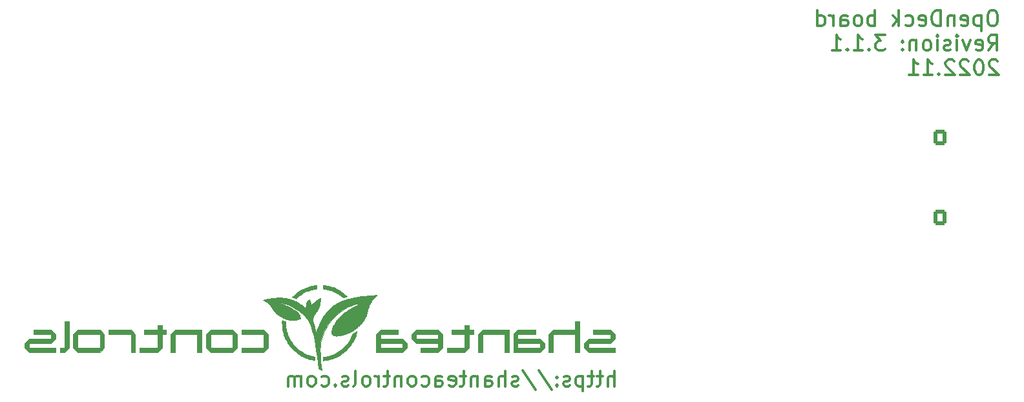
<source format=gbo>
G04 #@! TF.GenerationSoftware,KiCad,Pcbnew,6.0.9*
G04 #@! TF.CreationDate,2022-11-14T17:03:07+01:00*
G04 #@! TF.ProjectId,OpenDeck-r3.1.0,4f70656e-4465-4636-9b2d-72332e312e30,rev?*
G04 #@! TF.SameCoordinates,Original*
G04 #@! TF.FileFunction,Legend,Bot*
G04 #@! TF.FilePolarity,Positive*
%FSLAX46Y46*%
G04 Gerber Fmt 4.6, Leading zero omitted, Abs format (unit mm)*
G04 Created by KiCad (PCBNEW 6.0.9) date 2022-11-14 17:03:07*
%MOMM*%
%LPD*%
G01*
G04 APERTURE LIST*
G04 Aperture macros list*
%AMRoundRect*
0 Rectangle with rounded corners*
0 $1 Rounding radius*
0 $2 $3 $4 $5 $6 $7 $8 $9 X,Y pos of 4 corners*
0 Add a 4 corners polygon primitive as box body*
4,1,4,$2,$3,$4,$5,$6,$7,$8,$9,$2,$3,0*
0 Add four circle primitives for the rounded corners*
1,1,$1+$1,$2,$3*
1,1,$1+$1,$4,$5*
1,1,$1+$1,$6,$7*
1,1,$1+$1,$8,$9*
0 Add four rect primitives between the rounded corners*
20,1,$1+$1,$2,$3,$4,$5,0*
20,1,$1+$1,$4,$5,$6,$7,0*
20,1,$1+$1,$6,$7,$8,$9,0*
20,1,$1+$1,$8,$9,$2,$3,0*%
G04 Aperture macros list end*
%ADD10C,0.060000*%
%ADD11C,0.300000*%
%ADD12R,1.700000X1.700000*%
%ADD13O,1.700000X1.700000*%
%ADD14C,5.600000*%
%ADD15RoundRect,0.250000X0.600000X0.725000X-0.600000X0.725000X-0.600000X-0.725000X0.600000X-0.725000X0*%
%ADD16O,1.700000X1.950000*%
%ADD17C,2.300000*%
%ADD18C,0.600000*%
%ADD19O,0.950000X2.050000*%
%ADD20O,0.950000X1.750000*%
G04 APERTURE END LIST*
D10*
G36*
X146789896Y-88138000D02*
G01*
X147370176Y-88138000D01*
X147370176Y-88716986D01*
X146789896Y-88716986D01*
X146789896Y-90454165D01*
X146209693Y-91033151D01*
X143888651Y-91033151D01*
X143888651Y-90454165D01*
X146209693Y-90454165D01*
X146209693Y-88716986D01*
X144468930Y-88716986D01*
X144468930Y-88138000D01*
X146209693Y-88138000D01*
X146209693Y-87559015D01*
X146789896Y-87559015D01*
X146789896Y-88138000D01*
G37*
X146789896Y-88138000D02*
X147370176Y-88138000D01*
X147370176Y-88716986D01*
X146789896Y-88716986D01*
X146789896Y-90454165D01*
X146209693Y-91033151D01*
X143888651Y-91033151D01*
X143888651Y-90454165D01*
X146209693Y-90454165D01*
X146209693Y-88716986D01*
X144468930Y-88716986D01*
X144468930Y-88138000D01*
X146209693Y-88138000D01*
X146209693Y-87559015D01*
X146789896Y-87559015D01*
X146789896Y-88138000D01*
G36*
X122597862Y-86621721D02*
G01*
X122651400Y-86642310D01*
X122705512Y-86662185D01*
X122760149Y-86681353D01*
X122705509Y-86662195D01*
X122651396Y-86642338D01*
X122597860Y-86621752D01*
X122544951Y-86600412D01*
X122597862Y-86621721D01*
G37*
X122597862Y-86621721D02*
X122651400Y-86642310D01*
X122705512Y-86662185D01*
X122760149Y-86681353D01*
X122705509Y-86662195D01*
X122651396Y-86642338D01*
X122597860Y-86621752D01*
X122544951Y-86600412D01*
X122597862Y-86621721D01*
G36*
X161296114Y-91033150D02*
G01*
X160715835Y-91033150D01*
X160715835Y-88716985D01*
X157814667Y-88716985D01*
X157814667Y-91033150D01*
X157234388Y-91033150D01*
X157234388Y-88716985D01*
X157814667Y-88138000D01*
X160715835Y-88138000D01*
X160715835Y-86979955D01*
X161296114Y-86979955D01*
X161296114Y-91033150D01*
G37*
X161296114Y-91033150D02*
X160715835Y-91033150D01*
X160715835Y-88716985D01*
X157814667Y-88716985D01*
X157814667Y-91033150D01*
X157234388Y-91033150D01*
X157234388Y-88716985D01*
X157814667Y-88138000D01*
X160715835Y-88138000D01*
X160715835Y-86979955D01*
X161296114Y-86979955D01*
X161296114Y-91033150D01*
G36*
X111757310Y-91033151D02*
G01*
X111177030Y-91033151D01*
X111177030Y-88716986D01*
X108275861Y-88716986D01*
X108275861Y-91033151D01*
X107695582Y-91033151D01*
X107695582Y-88716986D01*
X108275861Y-88138000D01*
X111757310Y-88138000D01*
X111757310Y-91033151D01*
G37*
X111757310Y-91033151D02*
X111177030Y-91033151D01*
X111177030Y-88716986D01*
X108275861Y-88716986D01*
X108275861Y-91033151D01*
X107695582Y-91033151D01*
X107695582Y-88716986D01*
X108275861Y-88138000D01*
X111757310Y-88138000D01*
X111757310Y-91033151D01*
G36*
X142728169Y-91033151D02*
G01*
X142728169Y-91033150D01*
X140407280Y-91033150D01*
X140407280Y-90454165D01*
X142728169Y-90454165D01*
X142728169Y-89875030D01*
X139827000Y-89875030D01*
X139246721Y-89296045D01*
X139827000Y-89296045D01*
X142728169Y-89296045D01*
X142728169Y-88716986D01*
X139827000Y-88716986D01*
X139827000Y-89296045D01*
X139246721Y-89296045D01*
X139246721Y-88716986D01*
X139827000Y-88138000D01*
X142728169Y-88138000D01*
X143308449Y-88716986D01*
X143308449Y-90454165D01*
X142728169Y-91033151D01*
G37*
X142728169Y-91033151D02*
X142728169Y-91033150D01*
X140407280Y-91033150D01*
X140407280Y-90454165D01*
X142728169Y-90454165D01*
X142728169Y-89875030D01*
X139827000Y-89875030D01*
X139246721Y-89296045D01*
X139827000Y-89296045D01*
X142728169Y-89296045D01*
X142728169Y-88716986D01*
X139827000Y-88716986D01*
X139827000Y-89296045D01*
X139246721Y-89296045D01*
X139246721Y-88716986D01*
X139827000Y-88138000D01*
X142728169Y-88138000D01*
X143308449Y-88716986D01*
X143308449Y-90454165D01*
X142728169Y-91033151D01*
G36*
X120461036Y-88716986D02*
G01*
X120461036Y-90454165D01*
X119880756Y-91033151D01*
X116979514Y-91033151D01*
X116979514Y-90454165D01*
X119880756Y-90454165D01*
X119880756Y-88716986D01*
X116979514Y-88716986D01*
X116979514Y-88138000D01*
X119880756Y-88138000D01*
X120461036Y-88716986D01*
G37*
X120461036Y-88716986D02*
X120461036Y-90454165D01*
X119880756Y-91033151D01*
X116979514Y-91033151D01*
X116979514Y-90454165D01*
X119880756Y-90454165D01*
X119880756Y-88716986D01*
X116979514Y-88716986D01*
X116979514Y-88138000D01*
X119880756Y-88138000D01*
X120461036Y-88716986D01*
G36*
X152592382Y-91033151D02*
G01*
X152592382Y-90454165D01*
X153172662Y-90454165D01*
X156073831Y-90454165D01*
X156073831Y-89875031D01*
X153172662Y-89875031D01*
X153172662Y-90454165D01*
X152592382Y-90454165D01*
X152592382Y-88716986D01*
X153172662Y-88138001D01*
X155493627Y-88138001D01*
X155493627Y-88716986D01*
X153172662Y-88716986D01*
X153172662Y-89296046D01*
X156073831Y-89296046D01*
X156654184Y-89875031D01*
X156654184Y-90454165D01*
X156073831Y-91033151D01*
X152592382Y-91033151D01*
G37*
X152592382Y-91033151D02*
X152592382Y-90454165D01*
X153172662Y-90454165D01*
X156073831Y-90454165D01*
X156073831Y-89875031D01*
X153172662Y-89875031D01*
X153172662Y-90454165D01*
X152592382Y-90454165D01*
X152592382Y-88716986D01*
X153172662Y-88138001D01*
X155493627Y-88138001D01*
X155493627Y-88716986D01*
X153172662Y-88716986D01*
X153172662Y-89296046D01*
X156073831Y-89296046D01*
X156654184Y-89875031D01*
X156654184Y-90454165D01*
X156073831Y-91033151D01*
X152592382Y-91033151D01*
G36*
X130734312Y-84120840D02*
G01*
X130676827Y-84139378D01*
X130619806Y-84158238D01*
X130563269Y-84177469D01*
X130619796Y-84158217D01*
X130676800Y-84139322D01*
X130734281Y-84120777D01*
X130792237Y-84102575D01*
X130734312Y-84120840D01*
G37*
X130734312Y-84120840D02*
X130676827Y-84139378D01*
X130619806Y-84158238D01*
X130563269Y-84177469D01*
X130619796Y-84158217D01*
X130676800Y-84139322D01*
X130734281Y-84120777D01*
X130792237Y-84102575D01*
X130734312Y-84120840D01*
G36*
X122341644Y-86891012D02*
G01*
X122397450Y-86914700D01*
X122453888Y-86937710D01*
X122510925Y-86960009D01*
X122568530Y-86981562D01*
X122626672Y-87002336D01*
X122685318Y-87022295D01*
X122744439Y-87041407D01*
X122740975Y-87124729D01*
X122739700Y-87166498D01*
X122739331Y-87187444D01*
X122739198Y-87208442D01*
X122743960Y-87416440D01*
X122758110Y-87622028D01*
X122781437Y-87825002D01*
X122813735Y-88025153D01*
X122854796Y-88222274D01*
X122904410Y-88416158D01*
X122962371Y-88606599D01*
X123028469Y-88793388D01*
X123102497Y-88976319D01*
X123184247Y-89155185D01*
X123273510Y-89329778D01*
X123370079Y-89499892D01*
X123473745Y-89665319D01*
X123584300Y-89825852D01*
X123701537Y-89981284D01*
X123825246Y-90131408D01*
X123955220Y-90276016D01*
X124091251Y-90414902D01*
X124233130Y-90547858D01*
X124380650Y-90674678D01*
X124533602Y-90795154D01*
X124691778Y-90909079D01*
X124854971Y-91016245D01*
X125022971Y-91116447D01*
X125195572Y-91209476D01*
X125372564Y-91295125D01*
X125553739Y-91373188D01*
X125738891Y-91443457D01*
X125927809Y-91505725D01*
X126120287Y-91559785D01*
X126316117Y-91605430D01*
X126515089Y-91642452D01*
X126543876Y-91884305D01*
X126570982Y-92119887D01*
X126345486Y-92084025D01*
X126123450Y-92038160D01*
X125905116Y-91982534D01*
X125690727Y-91917387D01*
X125480526Y-91842962D01*
X125274755Y-91759500D01*
X125073657Y-91667242D01*
X124877473Y-91566429D01*
X124686448Y-91457304D01*
X124500823Y-91340108D01*
X124320840Y-91215081D01*
X124146744Y-91082467D01*
X123978775Y-90942505D01*
X123817177Y-90795438D01*
X123662191Y-90641507D01*
X123514062Y-90480953D01*
X123373031Y-90314018D01*
X123239341Y-90140943D01*
X123113234Y-89961970D01*
X122994953Y-89777340D01*
X122884741Y-89587295D01*
X122782840Y-89392076D01*
X122689492Y-89191925D01*
X122604941Y-88987083D01*
X122529428Y-88777791D01*
X122463197Y-88564291D01*
X122406490Y-88346824D01*
X122359549Y-88125632D01*
X122322617Y-87900957D01*
X122295937Y-87673039D01*
X122279751Y-87442120D01*
X122274302Y-87208442D01*
X122275092Y-87122470D01*
X122277427Y-87036834D01*
X122281248Y-86951562D01*
X122286501Y-86866681D01*
X122341644Y-86891012D01*
G37*
X122341644Y-86891012D02*
X122397450Y-86914700D01*
X122453888Y-86937710D01*
X122510925Y-86960009D01*
X122568530Y-86981562D01*
X122626672Y-87002336D01*
X122685318Y-87022295D01*
X122744439Y-87041407D01*
X122740975Y-87124729D01*
X122739700Y-87166498D01*
X122739331Y-87187444D01*
X122739198Y-87208442D01*
X122743960Y-87416440D01*
X122758110Y-87622028D01*
X122781437Y-87825002D01*
X122813735Y-88025153D01*
X122854796Y-88222274D01*
X122904410Y-88416158D01*
X122962371Y-88606599D01*
X123028469Y-88793388D01*
X123102497Y-88976319D01*
X123184247Y-89155185D01*
X123273510Y-89329778D01*
X123370079Y-89499892D01*
X123473745Y-89665319D01*
X123584300Y-89825852D01*
X123701537Y-89981284D01*
X123825246Y-90131408D01*
X123955220Y-90276016D01*
X124091251Y-90414902D01*
X124233130Y-90547858D01*
X124380650Y-90674678D01*
X124533602Y-90795154D01*
X124691778Y-90909079D01*
X124854971Y-91016245D01*
X125022971Y-91116447D01*
X125195572Y-91209476D01*
X125372564Y-91295125D01*
X125553739Y-91373188D01*
X125738891Y-91443457D01*
X125927809Y-91505725D01*
X126120287Y-91559785D01*
X126316117Y-91605430D01*
X126515089Y-91642452D01*
X126543876Y-91884305D01*
X126570982Y-92119887D01*
X126345486Y-92084025D01*
X126123450Y-92038160D01*
X125905116Y-91982534D01*
X125690727Y-91917387D01*
X125480526Y-91842962D01*
X125274755Y-91759500D01*
X125073657Y-91667242D01*
X124877473Y-91566429D01*
X124686448Y-91457304D01*
X124500823Y-91340108D01*
X124320840Y-91215081D01*
X124146744Y-91082467D01*
X123978775Y-90942505D01*
X123817177Y-90795438D01*
X123662191Y-90641507D01*
X123514062Y-90480953D01*
X123373031Y-90314018D01*
X123239341Y-90140943D01*
X123113234Y-89961970D01*
X122994953Y-89777340D01*
X122884741Y-89587295D01*
X122782840Y-89392076D01*
X122689492Y-89191925D01*
X122604941Y-88987083D01*
X122529428Y-88777791D01*
X122463197Y-88564291D01*
X122406490Y-88346824D01*
X122359549Y-88125632D01*
X122322617Y-87900957D01*
X122295937Y-87673039D01*
X122279751Y-87442120D01*
X122274302Y-87208442D01*
X122275092Y-87122470D01*
X122277427Y-87036834D01*
X122281248Y-86951562D01*
X122286501Y-86866681D01*
X122341644Y-86891012D01*
G36*
X122540498Y-86598572D02*
G01*
X122542717Y-86599502D01*
X122544950Y-86600411D01*
X122542714Y-86599502D01*
X122540494Y-86598572D01*
X122536043Y-86596678D01*
X122540498Y-86598572D01*
G37*
X122540498Y-86598572D02*
X122542717Y-86599502D01*
X122544950Y-86600411D01*
X122542714Y-86599502D01*
X122540494Y-86598572D01*
X122536043Y-86596678D01*
X122540498Y-86598572D01*
G36*
X134604718Y-91033151D02*
G01*
X134604718Y-90454165D01*
X135184995Y-90454165D01*
X138086240Y-90454165D01*
X138086240Y-89875031D01*
X135184995Y-89875031D01*
X135184995Y-90454165D01*
X134604718Y-90454165D01*
X134604718Y-88716986D01*
X135184995Y-88138001D01*
X137505962Y-88138001D01*
X137505962Y-88716986D01*
X135184995Y-88716986D01*
X135184995Y-89296046D01*
X138086240Y-89296046D01*
X138666444Y-89875031D01*
X138666444Y-90454165D01*
X138086240Y-91033151D01*
X134604718Y-91033151D01*
G37*
X134604718Y-91033151D02*
X134604718Y-90454165D01*
X135184995Y-90454165D01*
X138086240Y-90454165D01*
X138086240Y-89875031D01*
X135184995Y-89875031D01*
X135184995Y-90454165D01*
X134604718Y-90454165D01*
X134604718Y-88716986D01*
X135184995Y-88138001D01*
X137505962Y-88138001D01*
X137505962Y-88716986D01*
X135184995Y-88716986D01*
X135184995Y-89296046D01*
X138086240Y-89296046D01*
X138666444Y-89875031D01*
X138666444Y-90454165D01*
X138086240Y-91033151D01*
X134604718Y-91033151D01*
G36*
X127889972Y-82292772D02*
G01*
X128113917Y-82327281D01*
X128334454Y-82371688D01*
X128551352Y-82425753D01*
X128764379Y-82489235D01*
X128973303Y-82561894D01*
X129177894Y-82643491D01*
X129377918Y-82733785D01*
X129573145Y-82832537D01*
X129763343Y-82939505D01*
X129948281Y-83054451D01*
X130127727Y-83177133D01*
X130301448Y-83307312D01*
X130469215Y-83444748D01*
X130630794Y-83589201D01*
X130785955Y-83740430D01*
X130658438Y-83779416D01*
X130533537Y-83820027D01*
X130411007Y-83862150D01*
X130290604Y-83905673D01*
X130155876Y-83786528D01*
X130016460Y-83672730D01*
X129872518Y-83564445D01*
X129724211Y-83461840D01*
X129571701Y-83365080D01*
X129415149Y-83274332D01*
X129254717Y-83189762D01*
X129090566Y-83111537D01*
X128922857Y-83039823D01*
X128751753Y-82974787D01*
X128577414Y-82916594D01*
X128400001Y-82865412D01*
X128219678Y-82821406D01*
X128036604Y-82784744D01*
X127850941Y-82755590D01*
X127662851Y-82734112D01*
X127662851Y-82268400D01*
X127889972Y-82292772D01*
G37*
X127889972Y-82292772D02*
X128113917Y-82327281D01*
X128334454Y-82371688D01*
X128551352Y-82425753D01*
X128764379Y-82489235D01*
X128973303Y-82561894D01*
X129177894Y-82643491D01*
X129377918Y-82733785D01*
X129573145Y-82832537D01*
X129763343Y-82939505D01*
X129948281Y-83054451D01*
X130127727Y-83177133D01*
X130301448Y-83307312D01*
X130469215Y-83444748D01*
X130630794Y-83589201D01*
X130785955Y-83740430D01*
X130658438Y-83779416D01*
X130533537Y-83820027D01*
X130411007Y-83862150D01*
X130290604Y-83905673D01*
X130155876Y-83786528D01*
X130016460Y-83672730D01*
X129872518Y-83564445D01*
X129724211Y-83461840D01*
X129571701Y-83365080D01*
X129415149Y-83274332D01*
X129254717Y-83189762D01*
X129090566Y-83111537D01*
X128922857Y-83039823D01*
X128751753Y-82974787D01*
X128577414Y-82916594D01*
X128400001Y-82865412D01*
X128219678Y-82821406D01*
X128036604Y-82784744D01*
X127850941Y-82755590D01*
X127662851Y-82734112D01*
X127662851Y-82268400D01*
X127889972Y-82292772D01*
G36*
X112917786Y-91033151D02*
G01*
X112337580Y-90454165D01*
X112917786Y-90454165D01*
X115819033Y-90454165D01*
X115819033Y-88716986D01*
X112917786Y-88716986D01*
X112917786Y-90454165D01*
X112337580Y-90454165D01*
X112337580Y-88716986D01*
X112917786Y-88138000D01*
X115819033Y-88138000D01*
X116399313Y-88716986D01*
X116399313Y-90454165D01*
X115819033Y-91033151D01*
X112917786Y-91033151D01*
G37*
X112917786Y-91033151D02*
X112337580Y-90454165D01*
X112917786Y-90454165D01*
X115819033Y-90454165D01*
X115819033Y-88716986D01*
X112917786Y-88716986D01*
X112917786Y-90454165D01*
X112337580Y-90454165D01*
X112337580Y-88716986D01*
X112917786Y-88138000D01*
X115819033Y-88138000D01*
X116399313Y-88716986D01*
X116399313Y-90454165D01*
X115819033Y-91033151D01*
X112917786Y-91033151D01*
G36*
X165938044Y-88716986D02*
G01*
X165938044Y-89296046D01*
X165357840Y-89875031D01*
X162456597Y-89875031D01*
X162456597Y-90454165D01*
X165938044Y-90454165D01*
X165938044Y-91033151D01*
X162456597Y-91033151D01*
X161876318Y-90454165D01*
X161876318Y-89875031D01*
X162456597Y-89296046D01*
X165357840Y-89296046D01*
X165357840Y-88716986D01*
X163036800Y-88716986D01*
X163036800Y-88138001D01*
X165357840Y-88138001D01*
X165938044Y-88716986D01*
G37*
X165938044Y-88716986D02*
X165938044Y-89296046D01*
X165357840Y-89875031D01*
X162456597Y-89875031D01*
X162456597Y-90454165D01*
X165938044Y-90454165D01*
X165938044Y-91033151D01*
X162456597Y-91033151D01*
X161876318Y-90454165D01*
X161876318Y-89875031D01*
X162456597Y-89296046D01*
X165357840Y-89296046D01*
X165357840Y-88716986D01*
X163036800Y-88716986D01*
X163036800Y-88138001D01*
X165357840Y-88138001D01*
X165938044Y-88716986D01*
G36*
X132047735Y-88463512D02*
G01*
X131993381Y-88654718D01*
X131931624Y-88842720D01*
X131862633Y-89027348D01*
X131786575Y-89208435D01*
X131703619Y-89385812D01*
X131613935Y-89559312D01*
X131517691Y-89728766D01*
X131415055Y-89894007D01*
X131306197Y-90054865D01*
X131191285Y-90211174D01*
X131070488Y-90362764D01*
X130943975Y-90509468D01*
X130811913Y-90651117D01*
X130674473Y-90787544D01*
X130531823Y-90918580D01*
X130384131Y-91044057D01*
X130231566Y-91163807D01*
X130074297Y-91277663D01*
X129912492Y-91385455D01*
X129746321Y-91487015D01*
X129575952Y-91582176D01*
X129401553Y-91670770D01*
X129223294Y-91752627D01*
X129041344Y-91827581D01*
X128855870Y-91895463D01*
X128667041Y-91956105D01*
X128475027Y-92009338D01*
X128279996Y-92054995D01*
X128082117Y-92092907D01*
X127881558Y-92122907D01*
X127678488Y-92144826D01*
X127668581Y-92027137D01*
X127659500Y-91911177D01*
X127651234Y-91796603D01*
X127643769Y-91683072D01*
X127978456Y-91640771D01*
X128305088Y-91574412D01*
X128622734Y-91484927D01*
X128930459Y-91373248D01*
X129227329Y-91240310D01*
X129512411Y-91087043D01*
X129784773Y-90914380D01*
X130043479Y-90723255D01*
X130287596Y-90514599D01*
X130516192Y-90289346D01*
X130728332Y-90048427D01*
X130923083Y-89792776D01*
X131099511Y-89523324D01*
X131256683Y-89241005D01*
X131393665Y-88946751D01*
X131509524Y-88641495D01*
X131585235Y-88598822D01*
X131660265Y-88554952D01*
X131734585Y-88509932D01*
X131808165Y-88463810D01*
X131880978Y-88416635D01*
X131952993Y-88368454D01*
X132024182Y-88319316D01*
X132094516Y-88269269D01*
X132047735Y-88463512D01*
G37*
X132047735Y-88463512D02*
X131993381Y-88654718D01*
X131931624Y-88842720D01*
X131862633Y-89027348D01*
X131786575Y-89208435D01*
X131703619Y-89385812D01*
X131613935Y-89559312D01*
X131517691Y-89728766D01*
X131415055Y-89894007D01*
X131306197Y-90054865D01*
X131191285Y-90211174D01*
X131070488Y-90362764D01*
X130943975Y-90509468D01*
X130811913Y-90651117D01*
X130674473Y-90787544D01*
X130531823Y-90918580D01*
X130384131Y-91044057D01*
X130231566Y-91163807D01*
X130074297Y-91277663D01*
X129912492Y-91385455D01*
X129746321Y-91487015D01*
X129575952Y-91582176D01*
X129401553Y-91670770D01*
X129223294Y-91752627D01*
X129041344Y-91827581D01*
X128855870Y-91895463D01*
X128667041Y-91956105D01*
X128475027Y-92009338D01*
X128279996Y-92054995D01*
X128082117Y-92092907D01*
X127881558Y-92122907D01*
X127678488Y-92144826D01*
X127668581Y-92027137D01*
X127659500Y-91911177D01*
X127651234Y-91796603D01*
X127643769Y-91683072D01*
X127978456Y-91640771D01*
X128305088Y-91574412D01*
X128622734Y-91484927D01*
X128930459Y-91373248D01*
X129227329Y-91240310D01*
X129512411Y-91087043D01*
X129784773Y-90914380D01*
X130043479Y-90723255D01*
X130287596Y-90514599D01*
X130516192Y-90289346D01*
X130728332Y-90048427D01*
X130923083Y-89792776D01*
X131099511Y-89523324D01*
X131256683Y-89241005D01*
X131393665Y-88946751D01*
X131509524Y-88641495D01*
X131585235Y-88598822D01*
X131660265Y-88554952D01*
X131734585Y-88509932D01*
X131808165Y-88463810D01*
X131880978Y-88416635D01*
X131952993Y-88368454D01*
X132024182Y-88319316D01*
X132094516Y-88269269D01*
X132047735Y-88463512D01*
G36*
X127469430Y-93460275D02*
G01*
X127035213Y-93158537D01*
X126873196Y-91701292D01*
X127290215Y-91701292D01*
X127301823Y-91929892D01*
X127315731Y-92164540D01*
X127330096Y-92164017D01*
X127320103Y-92045428D01*
X127310987Y-91928996D01*
X127302726Y-91814355D01*
X127295301Y-91701142D01*
X127290215Y-91701292D01*
X126873196Y-91701292D01*
X126870384Y-91676000D01*
X126760200Y-90824093D01*
X126624707Y-89946508D01*
X126458808Y-89079305D01*
X126362863Y-88660865D01*
X126257405Y-88258542D01*
X126141796Y-87876845D01*
X126015401Y-87520281D01*
X125877580Y-87193358D01*
X125727699Y-86900582D01*
X125678711Y-86819524D01*
X125622469Y-86735620D01*
X125489317Y-86560609D01*
X125330437Y-86378225D01*
X125148024Y-86191145D01*
X124944276Y-86002042D01*
X124721387Y-85813595D01*
X124481552Y-85628477D01*
X124226968Y-85449366D01*
X123959829Y-85278937D01*
X123682333Y-85119866D01*
X123396673Y-84974829D01*
X123251468Y-84908409D01*
X123105046Y-84846501D01*
X122957681Y-84789439D01*
X122809647Y-84737558D01*
X122661219Y-84691193D01*
X122512672Y-84650677D01*
X122364280Y-84616346D01*
X122216317Y-84588533D01*
X122069057Y-84567574D01*
X121922776Y-84553802D01*
X123473113Y-85254059D01*
X123711571Y-85386701D01*
X123937645Y-85530148D01*
X124144640Y-85684636D01*
X124238891Y-85766092D01*
X124325863Y-85850397D01*
X124404719Y-85937579D01*
X124474622Y-86027668D01*
X124534736Y-86120692D01*
X124584223Y-86216681D01*
X124622247Y-86315665D01*
X124647972Y-86417673D01*
X124660561Y-86522733D01*
X124659177Y-86630876D01*
X124604693Y-86659660D01*
X124549546Y-86686286D01*
X124493776Y-86710795D01*
X124437420Y-86733229D01*
X124380516Y-86753630D01*
X124323103Y-86772038D01*
X124265218Y-86788496D01*
X124206900Y-86803045D01*
X124148186Y-86815727D01*
X124089115Y-86826583D01*
X124029725Y-86835655D01*
X123970053Y-86842984D01*
X123910138Y-86848612D01*
X123850017Y-86852581D01*
X123789730Y-86854931D01*
X123729313Y-86855706D01*
X123667686Y-86854909D01*
X123606016Y-86852550D01*
X123544343Y-86848676D01*
X123482705Y-86843331D01*
X123421142Y-86836563D01*
X123359694Y-86828418D01*
X123237298Y-86808179D01*
X123115831Y-86782983D01*
X122995609Y-86753201D01*
X122876947Y-86719201D01*
X122760159Y-86681353D01*
X122705518Y-86662185D01*
X122651405Y-86642310D01*
X122597869Y-86621721D01*
X122544959Y-86600412D01*
X122542726Y-86599503D01*
X122540507Y-86598573D01*
X122536051Y-86596678D01*
X122483281Y-86574309D01*
X122431183Y-86551345D01*
X122379815Y-86527806D01*
X122329234Y-86503715D01*
X122233083Y-86455334D01*
X122140220Y-86405358D01*
X122050918Y-86354068D01*
X121965447Y-86301744D01*
X121884080Y-86248668D01*
X121807089Y-86195120D01*
X121734746Y-86141381D01*
X121667321Y-86087733D01*
X121585382Y-86018733D01*
X121512899Y-85954647D01*
X121448707Y-85894504D01*
X121391640Y-85837332D01*
X121340533Y-85782159D01*
X121294219Y-85728014D01*
X121251533Y-85673926D01*
X121211308Y-85618922D01*
X121172380Y-85562032D01*
X121133582Y-85502284D01*
X121051713Y-85370327D01*
X120956375Y-85215280D01*
X120900741Y-85126669D01*
X120838242Y-85029371D01*
X120804598Y-84978956D01*
X120771591Y-84932014D01*
X120739165Y-84888351D01*
X120707268Y-84847773D01*
X120675845Y-84810088D01*
X120644842Y-84775101D01*
X120614206Y-84742619D01*
X120583881Y-84712450D01*
X120553813Y-84684399D01*
X120523950Y-84658274D01*
X120464618Y-84611027D01*
X120405451Y-84569162D01*
X120346018Y-84531131D01*
X120096958Y-84386423D01*
X120029698Y-84344366D01*
X119959575Y-84296864D01*
X119886155Y-84242369D01*
X119809007Y-84179336D01*
X120095404Y-84114761D01*
X120098813Y-84114074D01*
X123364150Y-84114074D01*
X123423094Y-84132383D01*
X123481744Y-84151466D01*
X123540111Y-84171321D01*
X123598202Y-84191945D01*
X123656027Y-84213336D01*
X123713595Y-84235490D01*
X123770914Y-84258406D01*
X123827993Y-84282080D01*
X123827998Y-84282081D01*
X123827996Y-84282080D01*
X123827994Y-84282080D01*
X123770920Y-84258407D01*
X123713602Y-84235491D01*
X123656035Y-84213337D01*
X123598210Y-84191946D01*
X123540118Y-84171322D01*
X123481751Y-84151467D01*
X123423100Y-84132384D01*
X123364155Y-84114075D01*
X123364266Y-84113960D01*
X123364378Y-84113839D01*
X123364490Y-84113712D01*
X123364602Y-84113581D01*
X123364826Y-84113309D01*
X123365052Y-84113030D01*
X123365047Y-84113029D01*
X123364822Y-84113308D01*
X123364709Y-84113445D01*
X123364597Y-84113580D01*
X123364485Y-84113711D01*
X123364373Y-84113838D01*
X123364262Y-84113959D01*
X123364150Y-84114074D01*
X120098813Y-84114074D01*
X120373324Y-84058754D01*
X120643130Y-84011326D01*
X120905183Y-83972493D01*
X121159846Y-83942266D01*
X121407481Y-83920660D01*
X121648450Y-83907686D01*
X121883115Y-83903359D01*
X122081540Y-83906650D01*
X122275715Y-83916516D01*
X122465883Y-83932942D01*
X122652284Y-83955917D01*
X122835161Y-83985426D01*
X123014753Y-84021456D01*
X123191303Y-84063995D01*
X123365052Y-84113030D01*
X123423964Y-84131345D01*
X123482588Y-84150447D01*
X123540931Y-84170331D01*
X123599001Y-84190993D01*
X123656808Y-84212429D01*
X123714362Y-84234634D01*
X123771672Y-84257603D01*
X123828748Y-84281334D01*
X123828747Y-84281335D01*
X123828744Y-84281334D01*
X123827994Y-84282080D01*
X123827998Y-84282080D01*
X123828747Y-84281335D01*
X123830456Y-84282081D01*
X123930263Y-84325651D01*
X124031112Y-84372422D01*
X124131344Y-84421650D01*
X124231012Y-84473343D01*
X124330168Y-84527506D01*
X124428865Y-84584146D01*
X124527156Y-84643267D01*
X124625093Y-84704876D01*
X124722730Y-84768979D01*
X124820119Y-84835582D01*
X124917312Y-84904691D01*
X125014363Y-84976311D01*
X125208249Y-85127109D01*
X125402197Y-85288025D01*
X125427758Y-84909931D01*
X125434972Y-84828326D01*
X125444227Y-84751027D01*
X125456381Y-84677605D01*
X125472289Y-84607629D01*
X125492808Y-84540670D01*
X125518794Y-84476296D01*
X125534104Y-84444945D01*
X125551102Y-84414079D01*
X125569896Y-84383644D01*
X125590591Y-84353587D01*
X125613294Y-84323854D01*
X125638114Y-84294390D01*
X125665157Y-84265144D01*
X125694530Y-84236059D01*
X125726340Y-84207084D01*
X125760693Y-84178163D01*
X125837461Y-84120272D01*
X126097182Y-84970755D01*
X126211958Y-84826889D01*
X126336556Y-84678352D01*
X126402609Y-84603736D01*
X126471203Y-84529637D01*
X126542365Y-84456617D01*
X126616124Y-84385236D01*
X126692508Y-84316057D01*
X126771547Y-84249641D01*
X126853267Y-84186550D01*
X126937697Y-84127345D01*
X127024866Y-84072587D01*
X127114802Y-84022840D01*
X127207533Y-83978663D01*
X127254956Y-83958839D01*
X127303088Y-83940618D01*
X127297415Y-84142033D01*
X127284553Y-84329396D01*
X127265077Y-84503482D01*
X127239561Y-84665061D01*
X127208580Y-84814909D01*
X127172708Y-84953797D01*
X127132520Y-85082498D01*
X127088590Y-85201786D01*
X127041493Y-85312434D01*
X126991803Y-85415214D01*
X126886944Y-85600263D01*
X126778609Y-85763118D01*
X126671394Y-85909963D01*
X126569896Y-86046981D01*
X126478710Y-86180357D01*
X126402432Y-86316273D01*
X126371321Y-86387117D01*
X126345660Y-86460915D01*
X126326025Y-86538440D01*
X126312989Y-86620465D01*
X126307128Y-86707763D01*
X126309015Y-86801108D01*
X126319227Y-86901272D01*
X126338336Y-87009027D01*
X126366917Y-87125148D01*
X126405546Y-87250407D01*
X126452734Y-87400411D01*
X126494174Y-87550822D01*
X126531370Y-87702078D01*
X126565826Y-87854612D01*
X126632539Y-88165262D01*
X126667806Y-88324249D01*
X126706351Y-88486258D01*
X126860054Y-88062583D01*
X127021628Y-87662050D01*
X127191882Y-87284111D01*
X127371626Y-86928218D01*
X127561668Y-86593821D01*
X127762819Y-86280374D01*
X127975887Y-85987328D01*
X128201681Y-85714134D01*
X128441010Y-85460244D01*
X128694684Y-85225110D01*
X128963512Y-85008183D01*
X129248302Y-84808915D01*
X129549864Y-84626758D01*
X129869007Y-84461164D01*
X130206541Y-84311583D01*
X130563274Y-84177469D01*
X130619811Y-84158238D01*
X130676832Y-84139378D01*
X130734316Y-84120840D01*
X130792242Y-84102575D01*
X130816412Y-84095183D01*
X130873577Y-84077832D01*
X130931169Y-84060761D01*
X130989223Y-84044025D01*
X131047775Y-84027682D01*
X131428393Y-83931951D01*
X131828427Y-83848421D01*
X132248590Y-83776654D01*
X132689597Y-83716209D01*
X133152161Y-83666645D01*
X133636995Y-83627524D01*
X134144815Y-83598404D01*
X134676333Y-83578845D01*
X134674695Y-83581645D01*
X134672985Y-83584324D01*
X134671207Y-83586895D01*
X134669369Y-83589369D01*
X134665532Y-83594074D01*
X134661520Y-83598534D01*
X134644653Y-83615779D01*
X134640462Y-83620410D01*
X134636376Y-83625355D01*
X134634385Y-83627976D01*
X134632438Y-83630710D01*
X134630541Y-83633569D01*
X134628697Y-83636566D01*
X134626915Y-83639711D01*
X134625199Y-83643018D01*
X134623555Y-83646496D01*
X134621989Y-83650158D01*
X134620507Y-83654016D01*
X134619115Y-83658081D01*
X134617818Y-83662366D01*
X134616622Y-83666880D01*
X134108175Y-84251391D01*
X134038610Y-84342610D01*
X133974713Y-84431613D01*
X133862637Y-84603482D01*
X133769368Y-84768016D01*
X133692329Y-84926235D01*
X133628941Y-85079154D01*
X133576627Y-85227793D01*
X133532808Y-85373168D01*
X133494908Y-85516298D01*
X133426549Y-85799892D01*
X133390935Y-85942393D01*
X133350927Y-86086718D01*
X133303947Y-86233888D01*
X133247418Y-86384918D01*
X133178762Y-86540827D01*
X133095400Y-86702633D01*
X133055529Y-86772030D01*
X133013013Y-86841296D01*
X132967922Y-86910377D01*
X132920325Y-86979217D01*
X132870290Y-87047758D01*
X132817886Y-87115945D01*
X132763182Y-87183722D01*
X132706246Y-87251032D01*
X132647149Y-87317821D01*
X132585958Y-87384030D01*
X132522742Y-87449606D01*
X132457570Y-87514490D01*
X132390511Y-87578628D01*
X132321634Y-87641962D01*
X132251008Y-87704438D01*
X132178701Y-87765998D01*
X132115629Y-87817809D01*
X132051416Y-87868838D01*
X131986099Y-87919059D01*
X131919717Y-87968445D01*
X131852308Y-88016970D01*
X131783908Y-88064607D01*
X131714557Y-88111331D01*
X131644292Y-88157115D01*
X131483723Y-88256150D01*
X131319331Y-88349796D01*
X131151560Y-88437626D01*
X130980853Y-88519215D01*
X130894536Y-88557535D01*
X130807651Y-88594135D01*
X130720254Y-88628962D01*
X130632399Y-88661963D01*
X130544142Y-88693083D01*
X130455538Y-88722270D01*
X130366643Y-88749470D01*
X130277512Y-88774631D01*
X130144416Y-88809031D01*
X130018492Y-88838403D01*
X129899583Y-88862881D01*
X129787532Y-88882602D01*
X129682179Y-88897703D01*
X129583368Y-88908321D01*
X129490940Y-88914591D01*
X129404738Y-88916651D01*
X129287977Y-88912231D01*
X129184117Y-88899265D01*
X129092656Y-88878196D01*
X129013092Y-88849469D01*
X128944923Y-88813526D01*
X128887646Y-88770810D01*
X128840758Y-88721766D01*
X128803757Y-88666835D01*
X128776142Y-88606461D01*
X128757409Y-88541088D01*
X128747056Y-88471158D01*
X128744582Y-88397116D01*
X128749482Y-88319403D01*
X128761256Y-88238464D01*
X128779401Y-88154742D01*
X128803413Y-88068679D01*
X128832792Y-87980720D01*
X128867035Y-87891307D01*
X128905639Y-87800884D01*
X128948102Y-87709893D01*
X129042595Y-87527984D01*
X129146495Y-87349126D01*
X129255784Y-87176863D01*
X129366442Y-87014744D01*
X129474450Y-86866312D01*
X129575790Y-86735115D01*
X129753669Y-86524080D01*
X129936001Y-86330360D01*
X130121790Y-86152601D01*
X130310036Y-85989448D01*
X130499742Y-85839545D01*
X130689909Y-85701539D01*
X130879539Y-85574074D01*
X131067634Y-85455797D01*
X131435226Y-85241385D01*
X131784699Y-85047465D01*
X132108067Y-84863200D01*
X132257466Y-84771302D01*
X132397345Y-84677753D01*
X132172378Y-84711393D01*
X131946165Y-84758785D01*
X131719246Y-84819547D01*
X131492162Y-84893293D01*
X131265455Y-84979640D01*
X131039666Y-85078205D01*
X130815334Y-85188604D01*
X130593003Y-85310454D01*
X130373211Y-85443369D01*
X130156501Y-85586968D01*
X129943414Y-85740866D01*
X129734490Y-85904679D01*
X129530270Y-86078023D01*
X129331295Y-86260516D01*
X129138107Y-86451773D01*
X128951246Y-86651411D01*
X128771253Y-86859045D01*
X128598670Y-87074293D01*
X128434037Y-87296770D01*
X128277895Y-87526093D01*
X128130786Y-87761878D01*
X127993250Y-88003742D01*
X127865827Y-88251300D01*
X127749061Y-88504169D01*
X127643490Y-88761966D01*
X127549656Y-89024306D01*
X127468101Y-89290806D01*
X127399365Y-89561082D01*
X127343989Y-89834751D01*
X127302514Y-90111428D01*
X127275481Y-90390731D01*
X127263432Y-90672275D01*
X127268164Y-90876137D01*
X127284654Y-91190359D01*
X127341401Y-92011813D01*
X127353822Y-92164017D01*
X127410662Y-92860498D01*
X127469430Y-93460275D01*
G37*
X127469430Y-93460275D02*
X127035213Y-93158537D01*
X126873196Y-91701292D01*
X127290215Y-91701292D01*
X127301823Y-91929892D01*
X127315731Y-92164540D01*
X127330096Y-92164017D01*
X127320103Y-92045428D01*
X127310987Y-91928996D01*
X127302726Y-91814355D01*
X127295301Y-91701142D01*
X127290215Y-91701292D01*
X126873196Y-91701292D01*
X126870384Y-91676000D01*
X126760200Y-90824093D01*
X126624707Y-89946508D01*
X126458808Y-89079305D01*
X126362863Y-88660865D01*
X126257405Y-88258542D01*
X126141796Y-87876845D01*
X126015401Y-87520281D01*
X125877580Y-87193358D01*
X125727699Y-86900582D01*
X125678711Y-86819524D01*
X125622469Y-86735620D01*
X125489317Y-86560609D01*
X125330437Y-86378225D01*
X125148024Y-86191145D01*
X124944276Y-86002042D01*
X124721387Y-85813595D01*
X124481552Y-85628477D01*
X124226968Y-85449366D01*
X123959829Y-85278937D01*
X123682333Y-85119866D01*
X123396673Y-84974829D01*
X123251468Y-84908409D01*
X123105046Y-84846501D01*
X122957681Y-84789439D01*
X122809647Y-84737558D01*
X122661219Y-84691193D01*
X122512672Y-84650677D01*
X122364280Y-84616346D01*
X122216317Y-84588533D01*
X122069057Y-84567574D01*
X121922776Y-84553802D01*
X123473113Y-85254059D01*
X123711571Y-85386701D01*
X123937645Y-85530148D01*
X124144640Y-85684636D01*
X124238891Y-85766092D01*
X124325863Y-85850397D01*
X124404719Y-85937579D01*
X124474622Y-86027668D01*
X124534736Y-86120692D01*
X124584223Y-86216681D01*
X124622247Y-86315665D01*
X124647972Y-86417673D01*
X124660561Y-86522733D01*
X124659177Y-86630876D01*
X124604693Y-86659660D01*
X124549546Y-86686286D01*
X124493776Y-86710795D01*
X124437420Y-86733229D01*
X124380516Y-86753630D01*
X124323103Y-86772038D01*
X124265218Y-86788496D01*
X124206900Y-86803045D01*
X124148186Y-86815727D01*
X124089115Y-86826583D01*
X124029725Y-86835655D01*
X123970053Y-86842984D01*
X123910138Y-86848612D01*
X123850017Y-86852581D01*
X123789730Y-86854931D01*
X123729313Y-86855706D01*
X123667686Y-86854909D01*
X123606016Y-86852550D01*
X123544343Y-86848676D01*
X123482705Y-86843331D01*
X123421142Y-86836563D01*
X123359694Y-86828418D01*
X123237298Y-86808179D01*
X123115831Y-86782983D01*
X122995609Y-86753201D01*
X122876947Y-86719201D01*
X122760159Y-86681353D01*
X122705518Y-86662185D01*
X122651405Y-86642310D01*
X122597869Y-86621721D01*
X122544959Y-86600412D01*
X122542726Y-86599503D01*
X122540507Y-86598573D01*
X122536051Y-86596678D01*
X122483281Y-86574309D01*
X122431183Y-86551345D01*
X122379815Y-86527806D01*
X122329234Y-86503715D01*
X122233083Y-86455334D01*
X122140220Y-86405358D01*
X122050918Y-86354068D01*
X121965447Y-86301744D01*
X121884080Y-86248668D01*
X121807089Y-86195120D01*
X121734746Y-86141381D01*
X121667321Y-86087733D01*
X121585382Y-86018733D01*
X121512899Y-85954647D01*
X121448707Y-85894504D01*
X121391640Y-85837332D01*
X121340533Y-85782159D01*
X121294219Y-85728014D01*
X121251533Y-85673926D01*
X121211308Y-85618922D01*
X121172380Y-85562032D01*
X121133582Y-85502284D01*
X121051713Y-85370327D01*
X120956375Y-85215280D01*
X120900741Y-85126669D01*
X120838242Y-85029371D01*
X120804598Y-84978956D01*
X120771591Y-84932014D01*
X120739165Y-84888351D01*
X120707268Y-84847773D01*
X120675845Y-84810088D01*
X120644842Y-84775101D01*
X120614206Y-84742619D01*
X120583881Y-84712450D01*
X120553813Y-84684399D01*
X120523950Y-84658274D01*
X120464618Y-84611027D01*
X120405451Y-84569162D01*
X120346018Y-84531131D01*
X120096958Y-84386423D01*
X120029698Y-84344366D01*
X119959575Y-84296864D01*
X119886155Y-84242369D01*
X119809007Y-84179336D01*
X120095404Y-84114761D01*
X120098813Y-84114074D01*
X123364150Y-84114074D01*
X123423094Y-84132383D01*
X123481744Y-84151466D01*
X123540111Y-84171321D01*
X123598202Y-84191945D01*
X123656027Y-84213336D01*
X123713595Y-84235490D01*
X123770914Y-84258406D01*
X123827993Y-84282080D01*
X123827998Y-84282081D01*
X123827996Y-84282080D01*
X123827994Y-84282080D01*
X123770920Y-84258407D01*
X123713602Y-84235491D01*
X123656035Y-84213337D01*
X123598210Y-84191946D01*
X123540118Y-84171322D01*
X123481751Y-84151467D01*
X123423100Y-84132384D01*
X123364155Y-84114075D01*
X123364266Y-84113960D01*
X123364378Y-84113839D01*
X123364490Y-84113712D01*
X123364602Y-84113581D01*
X123364826Y-84113309D01*
X123365052Y-84113030D01*
X123365047Y-84113029D01*
X123364822Y-84113308D01*
X123364709Y-84113445D01*
X123364597Y-84113580D01*
X123364485Y-84113711D01*
X123364373Y-84113838D01*
X123364262Y-84113959D01*
X123364150Y-84114074D01*
X120098813Y-84114074D01*
X120373324Y-84058754D01*
X120643130Y-84011326D01*
X120905183Y-83972493D01*
X121159846Y-83942266D01*
X121407481Y-83920660D01*
X121648450Y-83907686D01*
X121883115Y-83903359D01*
X122081540Y-83906650D01*
X122275715Y-83916516D01*
X122465883Y-83932942D01*
X122652284Y-83955917D01*
X122835161Y-83985426D01*
X123014753Y-84021456D01*
X123191303Y-84063995D01*
X123365052Y-84113030D01*
X123423964Y-84131345D01*
X123482588Y-84150447D01*
X123540931Y-84170331D01*
X123599001Y-84190993D01*
X123656808Y-84212429D01*
X123714362Y-84234634D01*
X123771672Y-84257603D01*
X123828748Y-84281334D01*
X123828747Y-84281335D01*
X123828744Y-84281334D01*
X123827994Y-84282080D01*
X123827998Y-84282080D01*
X123828747Y-84281335D01*
X123830456Y-84282081D01*
X123930263Y-84325651D01*
X124031112Y-84372422D01*
X124131344Y-84421650D01*
X124231012Y-84473343D01*
X124330168Y-84527506D01*
X124428865Y-84584146D01*
X124527156Y-84643267D01*
X124625093Y-84704876D01*
X124722730Y-84768979D01*
X124820119Y-84835582D01*
X124917312Y-84904691D01*
X125014363Y-84976311D01*
X125208249Y-85127109D01*
X125402197Y-85288025D01*
X125427758Y-84909931D01*
X125434972Y-84828326D01*
X125444227Y-84751027D01*
X125456381Y-84677605D01*
X125472289Y-84607629D01*
X125492808Y-84540670D01*
X125518794Y-84476296D01*
X125534104Y-84444945D01*
X125551102Y-84414079D01*
X125569896Y-84383644D01*
X125590591Y-84353587D01*
X125613294Y-84323854D01*
X125638114Y-84294390D01*
X125665157Y-84265144D01*
X125694530Y-84236059D01*
X125726340Y-84207084D01*
X125760693Y-84178163D01*
X125837461Y-84120272D01*
X126097182Y-84970755D01*
X126211958Y-84826889D01*
X126336556Y-84678352D01*
X126402609Y-84603736D01*
X126471203Y-84529637D01*
X126542365Y-84456617D01*
X126616124Y-84385236D01*
X126692508Y-84316057D01*
X126771547Y-84249641D01*
X126853267Y-84186550D01*
X126937697Y-84127345D01*
X127024866Y-84072587D01*
X127114802Y-84022840D01*
X127207533Y-83978663D01*
X127254956Y-83958839D01*
X127303088Y-83940618D01*
X127297415Y-84142033D01*
X127284553Y-84329396D01*
X127265077Y-84503482D01*
X127239561Y-84665061D01*
X127208580Y-84814909D01*
X127172708Y-84953797D01*
X127132520Y-85082498D01*
X127088590Y-85201786D01*
X127041493Y-85312434D01*
X126991803Y-85415214D01*
X126886944Y-85600263D01*
X126778609Y-85763118D01*
X126671394Y-85909963D01*
X126569896Y-86046981D01*
X126478710Y-86180357D01*
X126402432Y-86316273D01*
X126371321Y-86387117D01*
X126345660Y-86460915D01*
X126326025Y-86538440D01*
X126312989Y-86620465D01*
X126307128Y-86707763D01*
X126309015Y-86801108D01*
X126319227Y-86901272D01*
X126338336Y-87009027D01*
X126366917Y-87125148D01*
X126405546Y-87250407D01*
X126452734Y-87400411D01*
X126494174Y-87550822D01*
X126531370Y-87702078D01*
X126565826Y-87854612D01*
X126632539Y-88165262D01*
X126667806Y-88324249D01*
X126706351Y-88486258D01*
X126860054Y-88062583D01*
X127021628Y-87662050D01*
X127191882Y-87284111D01*
X127371626Y-86928218D01*
X127561668Y-86593821D01*
X127762819Y-86280374D01*
X127975887Y-85987328D01*
X128201681Y-85714134D01*
X128441010Y-85460244D01*
X128694684Y-85225110D01*
X128963512Y-85008183D01*
X129248302Y-84808915D01*
X129549864Y-84626758D01*
X129869007Y-84461164D01*
X130206541Y-84311583D01*
X130563274Y-84177469D01*
X130619811Y-84158238D01*
X130676832Y-84139378D01*
X130734316Y-84120840D01*
X130792242Y-84102575D01*
X130816412Y-84095183D01*
X130873577Y-84077832D01*
X130931169Y-84060761D01*
X130989223Y-84044025D01*
X131047775Y-84027682D01*
X131428393Y-83931951D01*
X131828427Y-83848421D01*
X132248590Y-83776654D01*
X132689597Y-83716209D01*
X133152161Y-83666645D01*
X133636995Y-83627524D01*
X134144815Y-83598404D01*
X134676333Y-83578845D01*
X134674695Y-83581645D01*
X134672985Y-83584324D01*
X134671207Y-83586895D01*
X134669369Y-83589369D01*
X134665532Y-83594074D01*
X134661520Y-83598534D01*
X134644653Y-83615779D01*
X134640462Y-83620410D01*
X134636376Y-83625355D01*
X134634385Y-83627976D01*
X134632438Y-83630710D01*
X134630541Y-83633569D01*
X134628697Y-83636566D01*
X134626915Y-83639711D01*
X134625199Y-83643018D01*
X134623555Y-83646496D01*
X134621989Y-83650158D01*
X134620507Y-83654016D01*
X134619115Y-83658081D01*
X134617818Y-83662366D01*
X134616622Y-83666880D01*
X134108175Y-84251391D01*
X134038610Y-84342610D01*
X133974713Y-84431613D01*
X133862637Y-84603482D01*
X133769368Y-84768016D01*
X133692329Y-84926235D01*
X133628941Y-85079154D01*
X133576627Y-85227793D01*
X133532808Y-85373168D01*
X133494908Y-85516298D01*
X133426549Y-85799892D01*
X133390935Y-85942393D01*
X133350927Y-86086718D01*
X133303947Y-86233888D01*
X133247418Y-86384918D01*
X133178762Y-86540827D01*
X133095400Y-86702633D01*
X133055529Y-86772030D01*
X133013013Y-86841296D01*
X132967922Y-86910377D01*
X132920325Y-86979217D01*
X132870290Y-87047758D01*
X132817886Y-87115945D01*
X132763182Y-87183722D01*
X132706246Y-87251032D01*
X132647149Y-87317821D01*
X132585958Y-87384030D01*
X132522742Y-87449606D01*
X132457570Y-87514490D01*
X132390511Y-87578628D01*
X132321634Y-87641962D01*
X132251008Y-87704438D01*
X132178701Y-87765998D01*
X132115629Y-87817809D01*
X132051416Y-87868838D01*
X131986099Y-87919059D01*
X131919717Y-87968445D01*
X131852308Y-88016970D01*
X131783908Y-88064607D01*
X131714557Y-88111331D01*
X131644292Y-88157115D01*
X131483723Y-88256150D01*
X131319331Y-88349796D01*
X131151560Y-88437626D01*
X130980853Y-88519215D01*
X130894536Y-88557535D01*
X130807651Y-88594135D01*
X130720254Y-88628962D01*
X130632399Y-88661963D01*
X130544142Y-88693083D01*
X130455538Y-88722270D01*
X130366643Y-88749470D01*
X130277512Y-88774631D01*
X130144416Y-88809031D01*
X130018492Y-88838403D01*
X129899583Y-88862881D01*
X129787532Y-88882602D01*
X129682179Y-88897703D01*
X129583368Y-88908321D01*
X129490940Y-88914591D01*
X129404738Y-88916651D01*
X129287977Y-88912231D01*
X129184117Y-88899265D01*
X129092656Y-88878196D01*
X129013092Y-88849469D01*
X128944923Y-88813526D01*
X128887646Y-88770810D01*
X128840758Y-88721766D01*
X128803757Y-88666835D01*
X128776142Y-88606461D01*
X128757409Y-88541088D01*
X128747056Y-88471158D01*
X128744582Y-88397116D01*
X128749482Y-88319403D01*
X128761256Y-88238464D01*
X128779401Y-88154742D01*
X128803413Y-88068679D01*
X128832792Y-87980720D01*
X128867035Y-87891307D01*
X128905639Y-87800884D01*
X128948102Y-87709893D01*
X129042595Y-87527984D01*
X129146495Y-87349126D01*
X129255784Y-87176863D01*
X129366442Y-87014744D01*
X129474450Y-86866312D01*
X129575790Y-86735115D01*
X129753669Y-86524080D01*
X129936001Y-86330360D01*
X130121790Y-86152601D01*
X130310036Y-85989448D01*
X130499742Y-85839545D01*
X130689909Y-85701539D01*
X130879539Y-85574074D01*
X131067634Y-85455797D01*
X131435226Y-85241385D01*
X131784699Y-85047465D01*
X132108067Y-84863200D01*
X132257466Y-84771302D01*
X132397345Y-84677753D01*
X132172378Y-84711393D01*
X131946165Y-84758785D01*
X131719246Y-84819547D01*
X131492162Y-84893293D01*
X131265455Y-84979640D01*
X131039666Y-85078205D01*
X130815334Y-85188604D01*
X130593003Y-85310454D01*
X130373211Y-85443369D01*
X130156501Y-85586968D01*
X129943414Y-85740866D01*
X129734490Y-85904679D01*
X129530270Y-86078023D01*
X129331295Y-86260516D01*
X129138107Y-86451773D01*
X128951246Y-86651411D01*
X128771253Y-86859045D01*
X128598670Y-87074293D01*
X128434037Y-87296770D01*
X128277895Y-87526093D01*
X128130786Y-87761878D01*
X127993250Y-88003742D01*
X127865827Y-88251300D01*
X127749061Y-88504169D01*
X127643490Y-88761966D01*
X127549656Y-89024306D01*
X127468101Y-89290806D01*
X127399365Y-89561082D01*
X127343989Y-89834751D01*
X127302514Y-90111428D01*
X127275481Y-90390731D01*
X127263432Y-90672275D01*
X127268164Y-90876137D01*
X127284654Y-91190359D01*
X127341401Y-92011813D01*
X127353822Y-92164017D01*
X127410662Y-92860498D01*
X127469430Y-93460275D01*
G36*
X92609165Y-88716986D02*
G01*
X92609165Y-89296046D01*
X92028959Y-89875031D01*
X89127717Y-89875031D01*
X89127717Y-90454165D01*
X92609161Y-90454165D01*
X92609161Y-91033151D01*
X89127717Y-91033151D01*
X88547437Y-90454165D01*
X88547437Y-89875031D01*
X89127717Y-89296046D01*
X92028959Y-89296046D01*
X92028959Y-88716986D01*
X89707919Y-88716986D01*
X89707919Y-88138001D01*
X92028959Y-88138001D01*
X92609165Y-88716986D01*
G37*
X92609165Y-88716986D02*
X92609165Y-89296046D01*
X92028959Y-89875031D01*
X89127717Y-89875031D01*
X89127717Y-90454165D01*
X92609161Y-90454165D01*
X92609161Y-91033151D01*
X89127717Y-91033151D01*
X88547437Y-90454165D01*
X88547437Y-89875031D01*
X89127717Y-89296046D01*
X92028959Y-89296046D01*
X92028959Y-88716986D01*
X89707919Y-88716986D01*
X89707919Y-88138001D01*
X92028959Y-88138001D01*
X92609165Y-88716986D01*
G36*
X130792238Y-84102575D02*
G01*
X130798266Y-84100696D01*
X130804323Y-84098851D01*
X130816408Y-84095183D01*
X130792238Y-84102575D01*
G37*
X130792238Y-84102575D02*
X130798266Y-84100696D01*
X130804323Y-84098851D01*
X130816408Y-84095183D01*
X130792238Y-84102575D01*
G36*
X152012178Y-91033151D02*
G01*
X151431900Y-91033151D01*
X151431900Y-88716986D01*
X148530731Y-88716986D01*
X148530731Y-91033151D01*
X147950377Y-91033151D01*
X147950377Y-88716986D01*
X148530731Y-88138000D01*
X152012178Y-88138000D01*
X152012178Y-91033151D01*
G37*
X152012178Y-91033151D02*
X151431900Y-91033151D01*
X151431900Y-88716986D01*
X148530731Y-88716986D01*
X148530731Y-91033151D01*
X147950377Y-91033151D01*
X147950377Y-88716986D01*
X148530731Y-88138000D01*
X152012178Y-88138000D01*
X152012178Y-91033151D01*
G36*
X95510476Y-91033151D02*
G01*
X94930196Y-90454165D01*
X95510476Y-90454165D01*
X98411645Y-90454165D01*
X98411645Y-88716986D01*
X95510476Y-88716986D01*
X95510476Y-90454165D01*
X94930196Y-90454165D01*
X94930196Y-88716986D01*
X95510476Y-88138000D01*
X98411645Y-88138000D01*
X98991851Y-88716986D01*
X98991851Y-90454165D01*
X98411645Y-91033151D01*
X95510476Y-91033151D01*
G37*
X95510476Y-91033151D02*
X94930196Y-90454165D01*
X95510476Y-90454165D01*
X98411645Y-90454165D01*
X98411645Y-88716986D01*
X95510476Y-88716986D01*
X95510476Y-90454165D01*
X94930196Y-90454165D01*
X94930196Y-88716986D01*
X95510476Y-88138000D01*
X98411645Y-88138000D01*
X98991851Y-88716986D01*
X98991851Y-90454165D01*
X98411645Y-91033151D01*
X95510476Y-91033151D01*
G36*
X103053652Y-88716986D02*
G01*
X103053652Y-91033151D01*
X102473373Y-91033151D01*
X102473373Y-88716986D01*
X99572131Y-88716986D01*
X99572131Y-88138000D01*
X102473373Y-88138000D01*
X103053652Y-88716986D01*
G37*
X103053652Y-88716986D02*
X103053652Y-91033151D01*
X102473373Y-91033151D01*
X102473373Y-88716986D01*
X99572131Y-88716986D01*
X99572131Y-88138000D01*
X102473373Y-88138000D01*
X103053652Y-88716986D01*
G36*
X106535096Y-88138000D02*
G01*
X107115376Y-88138000D01*
X107115376Y-88716986D01*
X106535096Y-88716986D01*
X106535096Y-90454165D01*
X105954821Y-91033151D01*
X103633854Y-91033151D01*
X103633854Y-90454165D01*
X105954821Y-90454165D01*
X105954821Y-88716986D01*
X104214133Y-88716986D01*
X104214133Y-88138000D01*
X105954821Y-88138000D01*
X105954821Y-87559015D01*
X106535096Y-87559015D01*
X106535096Y-88138000D01*
G37*
X106535096Y-88138000D02*
X107115376Y-88138000D01*
X107115376Y-88716986D01*
X106535096Y-88716986D01*
X106535096Y-90454165D01*
X105954821Y-91033151D01*
X103633854Y-91033151D01*
X103633854Y-90454165D01*
X105954821Y-90454165D01*
X105954821Y-88716986D01*
X104214133Y-88716986D01*
X104214133Y-88138000D01*
X105954821Y-88138000D01*
X105954821Y-87559015D01*
X106535096Y-87559015D01*
X106535096Y-88138000D01*
G36*
X126822477Y-82734112D02*
G01*
X126624244Y-82756961D01*
X126428712Y-82788331D01*
X126236072Y-82828029D01*
X126046513Y-82875859D01*
X125860225Y-82931626D01*
X125677399Y-82995134D01*
X125498223Y-83066190D01*
X125322889Y-83144597D01*
X125151586Y-83230161D01*
X124984503Y-83322687D01*
X124821832Y-83421980D01*
X124663761Y-83527845D01*
X124510482Y-83640087D01*
X124362183Y-83758510D01*
X124219055Y-83882920D01*
X124081287Y-84013122D01*
X124023441Y-83987347D01*
X123965450Y-83962332D01*
X123907310Y-83938081D01*
X123849016Y-83914595D01*
X123790565Y-83891880D01*
X123731952Y-83869939D01*
X123673173Y-83848774D01*
X123614222Y-83828390D01*
X123771112Y-83668092D01*
X123935026Y-83514930D01*
X124105706Y-83369169D01*
X124282893Y-83231074D01*
X124466328Y-83100912D01*
X124655752Y-82978946D01*
X124850907Y-82865442D01*
X125051534Y-82760666D01*
X125257374Y-82664883D01*
X125468168Y-82578357D01*
X125683657Y-82501355D01*
X125903583Y-82434141D01*
X126127687Y-82376981D01*
X126355710Y-82330140D01*
X126587393Y-82293882D01*
X126822477Y-82268474D01*
X126822477Y-82734112D01*
G37*
X126822477Y-82734112D02*
X126624244Y-82756961D01*
X126428712Y-82788331D01*
X126236072Y-82828029D01*
X126046513Y-82875859D01*
X125860225Y-82931626D01*
X125677399Y-82995134D01*
X125498223Y-83066190D01*
X125322889Y-83144597D01*
X125151586Y-83230161D01*
X124984503Y-83322687D01*
X124821832Y-83421980D01*
X124663761Y-83527845D01*
X124510482Y-83640087D01*
X124362183Y-83758510D01*
X124219055Y-83882920D01*
X124081287Y-84013122D01*
X124023441Y-83987347D01*
X123965450Y-83962332D01*
X123907310Y-83938081D01*
X123849016Y-83914595D01*
X123790565Y-83891880D01*
X123731952Y-83869939D01*
X123673173Y-83848774D01*
X123614222Y-83828390D01*
X123771112Y-83668092D01*
X123935026Y-83514930D01*
X124105706Y-83369169D01*
X124282893Y-83231074D01*
X124466328Y-83100912D01*
X124655752Y-82978946D01*
X124850907Y-82865442D01*
X125051534Y-82760666D01*
X125257374Y-82664883D01*
X125468168Y-82578357D01*
X125683657Y-82501355D01*
X125903583Y-82434141D01*
X126127687Y-82376981D01*
X126355710Y-82330140D01*
X126587393Y-82293882D01*
X126822477Y-82268474D01*
X126822477Y-82734112D01*
G36*
X94349917Y-90454165D02*
G01*
X93769642Y-91033151D01*
X93189436Y-91033151D01*
X93189436Y-90454165D01*
X93769642Y-90454165D01*
X93769642Y-86979955D01*
X94349917Y-86979955D01*
X94349917Y-90454165D01*
G37*
X94349917Y-90454165D02*
X93769642Y-91033151D01*
X93189436Y-91033151D01*
X93189436Y-90454165D01*
X93769642Y-90454165D01*
X93769642Y-86979955D01*
X94349917Y-86979955D01*
X94349917Y-90454165D01*
D11*
X165825809Y-95519761D02*
X165825809Y-93519761D01*
X164968666Y-95519761D02*
X164968666Y-94472142D01*
X165063904Y-94281666D01*
X165254380Y-94186428D01*
X165540095Y-94186428D01*
X165730571Y-94281666D01*
X165825809Y-94376904D01*
X164302000Y-94186428D02*
X163540095Y-94186428D01*
X164016285Y-93519761D02*
X164016285Y-95234047D01*
X163921047Y-95424523D01*
X163730571Y-95519761D01*
X163540095Y-95519761D01*
X163159142Y-94186428D02*
X162397238Y-94186428D01*
X162873428Y-93519761D02*
X162873428Y-95234047D01*
X162778190Y-95424523D01*
X162587714Y-95519761D01*
X162397238Y-95519761D01*
X161730571Y-94186428D02*
X161730571Y-96186428D01*
X161730571Y-94281666D02*
X161540095Y-94186428D01*
X161159142Y-94186428D01*
X160968666Y-94281666D01*
X160873428Y-94376904D01*
X160778190Y-94567380D01*
X160778190Y-95138809D01*
X160873428Y-95329285D01*
X160968666Y-95424523D01*
X161159142Y-95519761D01*
X161540095Y-95519761D01*
X161730571Y-95424523D01*
X160016285Y-95424523D02*
X159825809Y-95519761D01*
X159444857Y-95519761D01*
X159254380Y-95424523D01*
X159159142Y-95234047D01*
X159159142Y-95138809D01*
X159254380Y-94948333D01*
X159444857Y-94853095D01*
X159730571Y-94853095D01*
X159921047Y-94757857D01*
X160016285Y-94567380D01*
X160016285Y-94472142D01*
X159921047Y-94281666D01*
X159730571Y-94186428D01*
X159444857Y-94186428D01*
X159254380Y-94281666D01*
X158302000Y-95329285D02*
X158206761Y-95424523D01*
X158302000Y-95519761D01*
X158397238Y-95424523D01*
X158302000Y-95329285D01*
X158302000Y-95519761D01*
X158302000Y-94281666D02*
X158206761Y-94376904D01*
X158302000Y-94472142D01*
X158397238Y-94376904D01*
X158302000Y-94281666D01*
X158302000Y-94472142D01*
X155921047Y-93424523D02*
X157635333Y-95995952D01*
X153825809Y-93424523D02*
X155540095Y-95995952D01*
X153254380Y-95424523D02*
X153063904Y-95519761D01*
X152682952Y-95519761D01*
X152492476Y-95424523D01*
X152397238Y-95234047D01*
X152397238Y-95138809D01*
X152492476Y-94948333D01*
X152682952Y-94853095D01*
X152968666Y-94853095D01*
X153159142Y-94757857D01*
X153254380Y-94567380D01*
X153254380Y-94472142D01*
X153159142Y-94281666D01*
X152968666Y-94186428D01*
X152682952Y-94186428D01*
X152492476Y-94281666D01*
X151540095Y-95519761D02*
X151540095Y-93519761D01*
X150682952Y-95519761D02*
X150682952Y-94472142D01*
X150778190Y-94281666D01*
X150968666Y-94186428D01*
X151254380Y-94186428D01*
X151444857Y-94281666D01*
X151540095Y-94376904D01*
X148873428Y-95519761D02*
X148873428Y-94472142D01*
X148968666Y-94281666D01*
X149159142Y-94186428D01*
X149540095Y-94186428D01*
X149730571Y-94281666D01*
X148873428Y-95424523D02*
X149063904Y-95519761D01*
X149540095Y-95519761D01*
X149730571Y-95424523D01*
X149825809Y-95234047D01*
X149825809Y-95043571D01*
X149730571Y-94853095D01*
X149540095Y-94757857D01*
X149063904Y-94757857D01*
X148873428Y-94662619D01*
X147921047Y-94186428D02*
X147921047Y-95519761D01*
X147921047Y-94376904D02*
X147825809Y-94281666D01*
X147635333Y-94186428D01*
X147349619Y-94186428D01*
X147159142Y-94281666D01*
X147063904Y-94472142D01*
X147063904Y-95519761D01*
X146397238Y-94186428D02*
X145635333Y-94186428D01*
X146111523Y-93519761D02*
X146111523Y-95234047D01*
X146016285Y-95424523D01*
X145825809Y-95519761D01*
X145635333Y-95519761D01*
X144206761Y-95424523D02*
X144397238Y-95519761D01*
X144778190Y-95519761D01*
X144968666Y-95424523D01*
X145063904Y-95234047D01*
X145063904Y-94472142D01*
X144968666Y-94281666D01*
X144778190Y-94186428D01*
X144397238Y-94186428D01*
X144206761Y-94281666D01*
X144111523Y-94472142D01*
X144111523Y-94662619D01*
X145063904Y-94853095D01*
X142397238Y-95519761D02*
X142397238Y-94472142D01*
X142492476Y-94281666D01*
X142682952Y-94186428D01*
X143063904Y-94186428D01*
X143254380Y-94281666D01*
X142397238Y-95424523D02*
X142587714Y-95519761D01*
X143063904Y-95519761D01*
X143254380Y-95424523D01*
X143349619Y-95234047D01*
X143349619Y-95043571D01*
X143254380Y-94853095D01*
X143063904Y-94757857D01*
X142587714Y-94757857D01*
X142397238Y-94662619D01*
X140587714Y-95424523D02*
X140778190Y-95519761D01*
X141159142Y-95519761D01*
X141349619Y-95424523D01*
X141444857Y-95329285D01*
X141540095Y-95138809D01*
X141540095Y-94567380D01*
X141444857Y-94376904D01*
X141349619Y-94281666D01*
X141159142Y-94186428D01*
X140778190Y-94186428D01*
X140587714Y-94281666D01*
X139444857Y-95519761D02*
X139635333Y-95424523D01*
X139730571Y-95329285D01*
X139825809Y-95138809D01*
X139825809Y-94567380D01*
X139730571Y-94376904D01*
X139635333Y-94281666D01*
X139444857Y-94186428D01*
X139159142Y-94186428D01*
X138968666Y-94281666D01*
X138873428Y-94376904D01*
X138778190Y-94567380D01*
X138778190Y-95138809D01*
X138873428Y-95329285D01*
X138968666Y-95424523D01*
X139159142Y-95519761D01*
X139444857Y-95519761D01*
X137921047Y-94186428D02*
X137921047Y-95519761D01*
X137921047Y-94376904D02*
X137825809Y-94281666D01*
X137635333Y-94186428D01*
X137349619Y-94186428D01*
X137159142Y-94281666D01*
X137063904Y-94472142D01*
X137063904Y-95519761D01*
X136397238Y-94186428D02*
X135635333Y-94186428D01*
X136111523Y-93519761D02*
X136111523Y-95234047D01*
X136016285Y-95424523D01*
X135825809Y-95519761D01*
X135635333Y-95519761D01*
X134968666Y-95519761D02*
X134968666Y-94186428D01*
X134968666Y-94567380D02*
X134873428Y-94376904D01*
X134778190Y-94281666D01*
X134587714Y-94186428D01*
X134397238Y-94186428D01*
X133444857Y-95519761D02*
X133635333Y-95424523D01*
X133730571Y-95329285D01*
X133825809Y-95138809D01*
X133825809Y-94567380D01*
X133730571Y-94376904D01*
X133635333Y-94281666D01*
X133444857Y-94186428D01*
X133159142Y-94186428D01*
X132968666Y-94281666D01*
X132873428Y-94376904D01*
X132778190Y-94567380D01*
X132778190Y-95138809D01*
X132873428Y-95329285D01*
X132968666Y-95424523D01*
X133159142Y-95519761D01*
X133444857Y-95519761D01*
X131635333Y-95519761D02*
X131825809Y-95424523D01*
X131921047Y-95234047D01*
X131921047Y-93519761D01*
X130968666Y-95424523D02*
X130778190Y-95519761D01*
X130397238Y-95519761D01*
X130206761Y-95424523D01*
X130111523Y-95234047D01*
X130111523Y-95138809D01*
X130206761Y-94948333D01*
X130397238Y-94853095D01*
X130682952Y-94853095D01*
X130873428Y-94757857D01*
X130968666Y-94567380D01*
X130968666Y-94472142D01*
X130873428Y-94281666D01*
X130682952Y-94186428D01*
X130397238Y-94186428D01*
X130206761Y-94281666D01*
X129254380Y-95329285D02*
X129159142Y-95424523D01*
X129254380Y-95519761D01*
X129349619Y-95424523D01*
X129254380Y-95329285D01*
X129254380Y-95519761D01*
X127444857Y-95424523D02*
X127635333Y-95519761D01*
X128016285Y-95519761D01*
X128206761Y-95424523D01*
X128302000Y-95329285D01*
X128397238Y-95138809D01*
X128397238Y-94567380D01*
X128302000Y-94376904D01*
X128206761Y-94281666D01*
X128016285Y-94186428D01*
X127635333Y-94186428D01*
X127444857Y-94281666D01*
X126302000Y-95519761D02*
X126492476Y-95424523D01*
X126587714Y-95329285D01*
X126682952Y-95138809D01*
X126682952Y-94567380D01*
X126587714Y-94376904D01*
X126492476Y-94281666D01*
X126302000Y-94186428D01*
X126016285Y-94186428D01*
X125825809Y-94281666D01*
X125730571Y-94376904D01*
X125635333Y-94567380D01*
X125635333Y-95138809D01*
X125730571Y-95329285D01*
X125825809Y-95424523D01*
X126016285Y-95519761D01*
X126302000Y-95519761D01*
X124778190Y-95519761D02*
X124778190Y-94186428D01*
X124778190Y-94376904D02*
X124682952Y-94281666D01*
X124492476Y-94186428D01*
X124206761Y-94186428D01*
X124016285Y-94281666D01*
X123921047Y-94472142D01*
X123921047Y-95519761D01*
X123921047Y-94472142D02*
X123825809Y-94281666D01*
X123635333Y-94186428D01*
X123349619Y-94186428D01*
X123159142Y-94281666D01*
X123063904Y-94472142D01*
X123063904Y-95519761D01*
X215609857Y-46230761D02*
X215228904Y-46230761D01*
X215038428Y-46326000D01*
X214847952Y-46516476D01*
X214752714Y-46897428D01*
X214752714Y-47564095D01*
X214847952Y-47945047D01*
X215038428Y-48135523D01*
X215228904Y-48230761D01*
X215609857Y-48230761D01*
X215800333Y-48135523D01*
X215990809Y-47945047D01*
X216086047Y-47564095D01*
X216086047Y-46897428D01*
X215990809Y-46516476D01*
X215800333Y-46326000D01*
X215609857Y-46230761D01*
X213895571Y-46897428D02*
X213895571Y-48897428D01*
X213895571Y-46992666D02*
X213705095Y-46897428D01*
X213324142Y-46897428D01*
X213133666Y-46992666D01*
X213038428Y-47087904D01*
X212943190Y-47278380D01*
X212943190Y-47849809D01*
X213038428Y-48040285D01*
X213133666Y-48135523D01*
X213324142Y-48230761D01*
X213705095Y-48230761D01*
X213895571Y-48135523D01*
X211324142Y-48135523D02*
X211514619Y-48230761D01*
X211895571Y-48230761D01*
X212086047Y-48135523D01*
X212181285Y-47945047D01*
X212181285Y-47183142D01*
X212086047Y-46992666D01*
X211895571Y-46897428D01*
X211514619Y-46897428D01*
X211324142Y-46992666D01*
X211228904Y-47183142D01*
X211228904Y-47373619D01*
X212181285Y-47564095D01*
X210371761Y-46897428D02*
X210371761Y-48230761D01*
X210371761Y-47087904D02*
X210276523Y-46992666D01*
X210086047Y-46897428D01*
X209800333Y-46897428D01*
X209609857Y-46992666D01*
X209514619Y-47183142D01*
X209514619Y-48230761D01*
X208562238Y-48230761D02*
X208562238Y-46230761D01*
X208086047Y-46230761D01*
X207800333Y-46326000D01*
X207609857Y-46516476D01*
X207514619Y-46706952D01*
X207419380Y-47087904D01*
X207419380Y-47373619D01*
X207514619Y-47754571D01*
X207609857Y-47945047D01*
X207800333Y-48135523D01*
X208086047Y-48230761D01*
X208562238Y-48230761D01*
X205800333Y-48135523D02*
X205990809Y-48230761D01*
X206371761Y-48230761D01*
X206562238Y-48135523D01*
X206657476Y-47945047D01*
X206657476Y-47183142D01*
X206562238Y-46992666D01*
X206371761Y-46897428D01*
X205990809Y-46897428D01*
X205800333Y-46992666D01*
X205705095Y-47183142D01*
X205705095Y-47373619D01*
X206657476Y-47564095D01*
X203990809Y-48135523D02*
X204181285Y-48230761D01*
X204562238Y-48230761D01*
X204752714Y-48135523D01*
X204847952Y-48040285D01*
X204943190Y-47849809D01*
X204943190Y-47278380D01*
X204847952Y-47087904D01*
X204752714Y-46992666D01*
X204562238Y-46897428D01*
X204181285Y-46897428D01*
X203990809Y-46992666D01*
X203133666Y-48230761D02*
X203133666Y-46230761D01*
X202943190Y-47468857D02*
X202371761Y-48230761D01*
X202371761Y-46897428D02*
X203133666Y-47659333D01*
X199990809Y-48230761D02*
X199990809Y-46230761D01*
X199990809Y-46992666D02*
X199800333Y-46897428D01*
X199419380Y-46897428D01*
X199228904Y-46992666D01*
X199133666Y-47087904D01*
X199038428Y-47278380D01*
X199038428Y-47849809D01*
X199133666Y-48040285D01*
X199228904Y-48135523D01*
X199419380Y-48230761D01*
X199800333Y-48230761D01*
X199990809Y-48135523D01*
X197895571Y-48230761D02*
X198086047Y-48135523D01*
X198181285Y-48040285D01*
X198276523Y-47849809D01*
X198276523Y-47278380D01*
X198181285Y-47087904D01*
X198086047Y-46992666D01*
X197895571Y-46897428D01*
X197609857Y-46897428D01*
X197419380Y-46992666D01*
X197324142Y-47087904D01*
X197228904Y-47278380D01*
X197228904Y-47849809D01*
X197324142Y-48040285D01*
X197419380Y-48135523D01*
X197609857Y-48230761D01*
X197895571Y-48230761D01*
X195514619Y-48230761D02*
X195514619Y-47183142D01*
X195609857Y-46992666D01*
X195800333Y-46897428D01*
X196181285Y-46897428D01*
X196371761Y-46992666D01*
X195514619Y-48135523D02*
X195705095Y-48230761D01*
X196181285Y-48230761D01*
X196371761Y-48135523D01*
X196467000Y-47945047D01*
X196467000Y-47754571D01*
X196371761Y-47564095D01*
X196181285Y-47468857D01*
X195705095Y-47468857D01*
X195514619Y-47373619D01*
X194562238Y-48230761D02*
X194562238Y-46897428D01*
X194562238Y-47278380D02*
X194467000Y-47087904D01*
X194371761Y-46992666D01*
X194181285Y-46897428D01*
X193990809Y-46897428D01*
X192467000Y-48230761D02*
X192467000Y-46230761D01*
X192467000Y-48135523D02*
X192657476Y-48230761D01*
X193038428Y-48230761D01*
X193228904Y-48135523D01*
X193324142Y-48040285D01*
X193419380Y-47849809D01*
X193419380Y-47278380D01*
X193324142Y-47087904D01*
X193228904Y-46992666D01*
X193038428Y-46897428D01*
X192657476Y-46897428D01*
X192467000Y-46992666D01*
X214847952Y-51450761D02*
X215514619Y-50498380D01*
X215990809Y-51450761D02*
X215990809Y-49450761D01*
X215228904Y-49450761D01*
X215038428Y-49546000D01*
X214943190Y-49641238D01*
X214847952Y-49831714D01*
X214847952Y-50117428D01*
X214943190Y-50307904D01*
X215038428Y-50403142D01*
X215228904Y-50498380D01*
X215990809Y-50498380D01*
X213228904Y-51355523D02*
X213419380Y-51450761D01*
X213800333Y-51450761D01*
X213990809Y-51355523D01*
X214086047Y-51165047D01*
X214086047Y-50403142D01*
X213990809Y-50212666D01*
X213800333Y-50117428D01*
X213419380Y-50117428D01*
X213228904Y-50212666D01*
X213133666Y-50403142D01*
X213133666Y-50593619D01*
X214086047Y-50784095D01*
X212467000Y-50117428D02*
X211990809Y-51450761D01*
X211514619Y-50117428D01*
X210752714Y-51450761D02*
X210752714Y-50117428D01*
X210752714Y-49450761D02*
X210847952Y-49546000D01*
X210752714Y-49641238D01*
X210657476Y-49546000D01*
X210752714Y-49450761D01*
X210752714Y-49641238D01*
X209895571Y-51355523D02*
X209705095Y-51450761D01*
X209324142Y-51450761D01*
X209133666Y-51355523D01*
X209038428Y-51165047D01*
X209038428Y-51069809D01*
X209133666Y-50879333D01*
X209324142Y-50784095D01*
X209609857Y-50784095D01*
X209800333Y-50688857D01*
X209895571Y-50498380D01*
X209895571Y-50403142D01*
X209800333Y-50212666D01*
X209609857Y-50117428D01*
X209324142Y-50117428D01*
X209133666Y-50212666D01*
X208181285Y-51450761D02*
X208181285Y-50117428D01*
X208181285Y-49450761D02*
X208276523Y-49546000D01*
X208181285Y-49641238D01*
X208086047Y-49546000D01*
X208181285Y-49450761D01*
X208181285Y-49641238D01*
X206943190Y-51450761D02*
X207133666Y-51355523D01*
X207228904Y-51260285D01*
X207324142Y-51069809D01*
X207324142Y-50498380D01*
X207228904Y-50307904D01*
X207133666Y-50212666D01*
X206943190Y-50117428D01*
X206657476Y-50117428D01*
X206467000Y-50212666D01*
X206371761Y-50307904D01*
X206276523Y-50498380D01*
X206276523Y-51069809D01*
X206371761Y-51260285D01*
X206467000Y-51355523D01*
X206657476Y-51450761D01*
X206943190Y-51450761D01*
X205419380Y-50117428D02*
X205419380Y-51450761D01*
X205419380Y-50307904D02*
X205324142Y-50212666D01*
X205133666Y-50117428D01*
X204847952Y-50117428D01*
X204657476Y-50212666D01*
X204562238Y-50403142D01*
X204562238Y-51450761D01*
X203609857Y-51260285D02*
X203514619Y-51355523D01*
X203609857Y-51450761D01*
X203705095Y-51355523D01*
X203609857Y-51260285D01*
X203609857Y-51450761D01*
X203609857Y-50212666D02*
X203514619Y-50307904D01*
X203609857Y-50403142D01*
X203705095Y-50307904D01*
X203609857Y-50212666D01*
X203609857Y-50403142D01*
X201324142Y-49450761D02*
X200086047Y-49450761D01*
X200752714Y-50212666D01*
X200467000Y-50212666D01*
X200276523Y-50307904D01*
X200181285Y-50403142D01*
X200086047Y-50593619D01*
X200086047Y-51069809D01*
X200181285Y-51260285D01*
X200276523Y-51355523D01*
X200467000Y-51450761D01*
X201038428Y-51450761D01*
X201228904Y-51355523D01*
X201324142Y-51260285D01*
X199228904Y-51260285D02*
X199133666Y-51355523D01*
X199228904Y-51450761D01*
X199324142Y-51355523D01*
X199228904Y-51260285D01*
X199228904Y-51450761D01*
X197228904Y-51450761D02*
X198371761Y-51450761D01*
X197800333Y-51450761D02*
X197800333Y-49450761D01*
X197990809Y-49736476D01*
X198181285Y-49926952D01*
X198371761Y-50022190D01*
X196371761Y-51260285D02*
X196276523Y-51355523D01*
X196371761Y-51450761D01*
X196467000Y-51355523D01*
X196371761Y-51260285D01*
X196371761Y-51450761D01*
X194371761Y-51450761D02*
X195514619Y-51450761D01*
X194943190Y-51450761D02*
X194943190Y-49450761D01*
X195133666Y-49736476D01*
X195324142Y-49926952D01*
X195514619Y-50022190D01*
X216086047Y-52861238D02*
X215990809Y-52766000D01*
X215800333Y-52670761D01*
X215324142Y-52670761D01*
X215133666Y-52766000D01*
X215038428Y-52861238D01*
X214943190Y-53051714D01*
X214943190Y-53242190D01*
X215038428Y-53527904D01*
X216181285Y-54670761D01*
X214943190Y-54670761D01*
X213705095Y-52670761D02*
X213514619Y-52670761D01*
X213324142Y-52766000D01*
X213228904Y-52861238D01*
X213133666Y-53051714D01*
X213038428Y-53432666D01*
X213038428Y-53908857D01*
X213133666Y-54289809D01*
X213228904Y-54480285D01*
X213324142Y-54575523D01*
X213514619Y-54670761D01*
X213705095Y-54670761D01*
X213895571Y-54575523D01*
X213990809Y-54480285D01*
X214086047Y-54289809D01*
X214181285Y-53908857D01*
X214181285Y-53432666D01*
X214086047Y-53051714D01*
X213990809Y-52861238D01*
X213895571Y-52766000D01*
X213705095Y-52670761D01*
X212276523Y-52861238D02*
X212181285Y-52766000D01*
X211990809Y-52670761D01*
X211514619Y-52670761D01*
X211324142Y-52766000D01*
X211228904Y-52861238D01*
X211133666Y-53051714D01*
X211133666Y-53242190D01*
X211228904Y-53527904D01*
X212371761Y-54670761D01*
X211133666Y-54670761D01*
X210371761Y-52861238D02*
X210276523Y-52766000D01*
X210086047Y-52670761D01*
X209609857Y-52670761D01*
X209419380Y-52766000D01*
X209324142Y-52861238D01*
X209228904Y-53051714D01*
X209228904Y-53242190D01*
X209324142Y-53527904D01*
X210467000Y-54670761D01*
X209228904Y-54670761D01*
X208371761Y-54480285D02*
X208276523Y-54575523D01*
X208371761Y-54670761D01*
X208467000Y-54575523D01*
X208371761Y-54480285D01*
X208371761Y-54670761D01*
X206371761Y-54670761D02*
X207514619Y-54670761D01*
X206943190Y-54670761D02*
X206943190Y-52670761D01*
X207133666Y-52956476D01*
X207324142Y-53146952D01*
X207514619Y-53242190D01*
X204467000Y-54670761D02*
X205609857Y-54670761D01*
X205038428Y-54670761D02*
X205038428Y-52670761D01*
X205228904Y-52956476D01*
X205419380Y-53146952D01*
X205609857Y-53242190D01*
%LPC*%
D12*
X166365000Y-100775000D03*
D13*
X166365000Y-103315000D03*
X166365000Y-105855000D03*
X166365000Y-108395000D03*
X166365000Y-110935000D03*
X166365000Y-113475000D03*
X166365000Y-116015000D03*
X166365000Y-118555000D03*
X168905000Y-100775000D03*
X168905000Y-103315000D03*
X168905000Y-105855000D03*
X168905000Y-108395000D03*
X168905000Y-110935000D03*
X168905000Y-113475000D03*
X168905000Y-116015000D03*
X168905000Y-118555000D03*
X171445000Y-100775000D03*
X171445000Y-103315000D03*
X171445000Y-105855000D03*
X171445000Y-108395000D03*
X171445000Y-110935000D03*
X171445000Y-113475000D03*
X171445000Y-116015000D03*
X171445000Y-118555000D03*
D14*
X258000000Y-30000000D03*
D15*
X208474000Y-73406000D03*
D16*
X205974000Y-73406000D03*
X203474000Y-73406000D03*
X200974000Y-73406000D03*
D12*
X256286000Y-59944000D03*
D13*
X256286000Y-57404000D03*
D15*
X223123000Y-62882000D03*
D16*
X220623000Y-62882000D03*
X218123000Y-62882000D03*
X215623000Y-62882000D03*
D17*
X208908000Y-38313000D03*
X216358000Y-38313000D03*
X223808000Y-38313000D03*
X211358000Y-40513000D03*
X221358000Y-40513000D03*
X221358000Y-28363000D03*
X211358000Y-28363000D03*
X213858000Y-28363000D03*
X218858000Y-28363000D03*
D12*
X223652000Y-100745000D03*
D13*
X223652000Y-103285000D03*
X223652000Y-105825000D03*
X223652000Y-108365000D03*
X223652000Y-110905000D03*
X223652000Y-113445000D03*
X223652000Y-115985000D03*
X223652000Y-118525000D03*
X226192000Y-100745000D03*
X226192000Y-103285000D03*
X226192000Y-105825000D03*
X226192000Y-108365000D03*
X226192000Y-110905000D03*
X226192000Y-113445000D03*
X226192000Y-115985000D03*
X226192000Y-118525000D03*
X228732000Y-100745000D03*
X228732000Y-103285000D03*
X228732000Y-105825000D03*
X228732000Y-108365000D03*
X228732000Y-110905000D03*
X228732000Y-113445000D03*
X228732000Y-115985000D03*
X228732000Y-118525000D03*
D12*
X100930596Y-100545916D03*
D13*
X103470596Y-100545916D03*
X100930596Y-103085916D03*
X103470596Y-103085916D03*
X100930596Y-105625916D03*
X103470596Y-105625916D03*
X100930596Y-108165916D03*
X103470596Y-108165916D03*
X100930596Y-110705916D03*
X103470596Y-110705916D03*
X100930596Y-113245916D03*
X103470596Y-113245916D03*
X100930596Y-115785916D03*
X103470596Y-115785916D03*
X100930596Y-118325916D03*
X103470596Y-118325916D03*
D15*
X223139000Y-73406000D03*
D16*
X220639000Y-73406000D03*
X218139000Y-73406000D03*
X215639000Y-73406000D03*
D12*
X92075000Y-55753000D03*
D13*
X94615000Y-55753000D03*
X92075000Y-58293000D03*
X94615000Y-58293000D03*
X92075000Y-60833000D03*
X94615000Y-60833000D03*
X92075000Y-63373000D03*
X94615000Y-63373000D03*
X92075000Y-65913000D03*
X94615000Y-65913000D03*
X92075000Y-68453000D03*
X94615000Y-68453000D03*
X92075000Y-70993000D03*
X94615000Y-70993000D03*
X92075000Y-73533000D03*
X94615000Y-73533000D03*
D12*
X109855000Y-55753000D03*
D13*
X112395000Y-55753000D03*
X109855000Y-58293000D03*
X112395000Y-58293000D03*
X109855000Y-60833000D03*
X112395000Y-60833000D03*
X109855000Y-63373000D03*
X112395000Y-63373000D03*
X109855000Y-65913000D03*
X112395000Y-65913000D03*
X109855000Y-68453000D03*
X112395000Y-68453000D03*
X109855000Y-70993000D03*
X112395000Y-70993000D03*
X109855000Y-73533000D03*
X112395000Y-73533000D03*
D12*
X243469400Y-63042800D03*
D13*
X240929400Y-63042800D03*
X238389400Y-63042800D03*
D12*
X136525000Y-31242000D03*
D13*
X139065000Y-31242000D03*
X136525000Y-33782000D03*
X139065000Y-33782000D03*
X136525000Y-36322000D03*
X139065000Y-36322000D03*
X136525000Y-38862000D03*
X139065000Y-38862000D03*
X136525000Y-41402000D03*
X139065000Y-41402000D03*
X136525000Y-43942000D03*
X139065000Y-43942000D03*
X136525000Y-46482000D03*
X139065000Y-46482000D03*
X136525000Y-49022000D03*
X139065000Y-49022000D03*
D12*
X109855000Y-31242000D03*
D13*
X112395000Y-31242000D03*
X109855000Y-33782000D03*
X112395000Y-33782000D03*
X109855000Y-36322000D03*
X112395000Y-36322000D03*
X109855000Y-38862000D03*
X112395000Y-38862000D03*
X109855000Y-41402000D03*
X112395000Y-41402000D03*
X109855000Y-43942000D03*
X112395000Y-43942000D03*
X109855000Y-46482000D03*
X112395000Y-46482000D03*
X109855000Y-49022000D03*
X112395000Y-49022000D03*
D14*
X258000000Y-119000000D03*
D12*
X100965000Y-55753000D03*
D13*
X103505000Y-55753000D03*
X100965000Y-58293000D03*
X103505000Y-58293000D03*
X100965000Y-60833000D03*
X103505000Y-60833000D03*
X100965000Y-63373000D03*
X103505000Y-63373000D03*
X100965000Y-65913000D03*
X103505000Y-65913000D03*
X100965000Y-68453000D03*
X103505000Y-68453000D03*
X100965000Y-70993000D03*
X103505000Y-70993000D03*
X100965000Y-73533000D03*
X103505000Y-73533000D03*
D12*
X136490596Y-100545916D03*
D13*
X139030596Y-100545916D03*
X136490596Y-103085916D03*
X139030596Y-103085916D03*
X136490596Y-105625916D03*
X139030596Y-105625916D03*
X136490596Y-108165916D03*
X139030596Y-108165916D03*
X136490596Y-110705916D03*
X139030596Y-110705916D03*
X136490596Y-113245916D03*
X139030596Y-113245916D03*
X136490596Y-115785916D03*
X139030596Y-115785916D03*
X136490596Y-118325916D03*
X139030596Y-118325916D03*
D12*
X92075000Y-31242000D03*
D13*
X94615000Y-31242000D03*
X92075000Y-33782000D03*
X94615000Y-33782000D03*
X92075000Y-36322000D03*
X94615000Y-36322000D03*
X92075000Y-38862000D03*
X94615000Y-38862000D03*
X92075000Y-41402000D03*
X94615000Y-41402000D03*
X92075000Y-43942000D03*
X94615000Y-43942000D03*
X92075000Y-46482000D03*
X94615000Y-46482000D03*
X92075000Y-49022000D03*
X94615000Y-49022000D03*
D12*
X92040596Y-100530916D03*
D13*
X94580596Y-100530916D03*
X92040596Y-103070916D03*
X94580596Y-103070916D03*
X92040596Y-105610916D03*
X94580596Y-105610916D03*
X92040596Y-108150916D03*
X94580596Y-108150916D03*
X92040596Y-110690916D03*
X94580596Y-110690916D03*
X92040596Y-113230916D03*
X94580596Y-113230916D03*
X92040596Y-115770916D03*
X94580596Y-115770916D03*
X92040596Y-118310916D03*
X94580596Y-118310916D03*
D15*
X208474000Y-62882000D03*
D16*
X205974000Y-62882000D03*
X203474000Y-62882000D03*
X200974000Y-62882000D03*
D12*
X246507000Y-100745000D03*
D13*
X246507000Y-103285000D03*
X246507000Y-105825000D03*
X246507000Y-108365000D03*
X246507000Y-110905000D03*
X246507000Y-113445000D03*
X246507000Y-115985000D03*
X246507000Y-118525000D03*
X249047000Y-100745000D03*
X249047000Y-103285000D03*
X249047000Y-105825000D03*
X249047000Y-108365000D03*
X249047000Y-110905000D03*
X249047000Y-113445000D03*
X249047000Y-115985000D03*
X249047000Y-118525000D03*
X251587000Y-100745000D03*
X251587000Y-103285000D03*
X251587000Y-105825000D03*
X251587000Y-108365000D03*
X251587000Y-110905000D03*
X251587000Y-113445000D03*
X251587000Y-115985000D03*
X251587000Y-118525000D03*
D12*
X136525000Y-55753000D03*
D13*
X139065000Y-55753000D03*
X136525000Y-58293000D03*
X139065000Y-58293000D03*
X136525000Y-60833000D03*
X139065000Y-60833000D03*
X136525000Y-63373000D03*
X139065000Y-63373000D03*
X136525000Y-65913000D03*
X139065000Y-65913000D03*
X136525000Y-68453000D03*
X139065000Y-68453000D03*
X136525000Y-70993000D03*
X139065000Y-70993000D03*
X136525000Y-73533000D03*
X139065000Y-73533000D03*
D12*
X145415000Y-31242000D03*
D13*
X147955000Y-31242000D03*
X145415000Y-33782000D03*
X147955000Y-33782000D03*
X145415000Y-36322000D03*
X147955000Y-36322000D03*
X145415000Y-38862000D03*
X147955000Y-38862000D03*
X145415000Y-41402000D03*
X147955000Y-41402000D03*
X145415000Y-43942000D03*
X147955000Y-43942000D03*
X145415000Y-46482000D03*
X147955000Y-46482000D03*
X145415000Y-49022000D03*
X147955000Y-49022000D03*
D12*
X127635000Y-31242000D03*
D13*
X130175000Y-31242000D03*
X127635000Y-33782000D03*
X130175000Y-33782000D03*
X127635000Y-36322000D03*
X130175000Y-36322000D03*
X127635000Y-38862000D03*
X130175000Y-38862000D03*
X127635000Y-41402000D03*
X130175000Y-41402000D03*
X127635000Y-43942000D03*
X130175000Y-43942000D03*
X127635000Y-46482000D03*
X130175000Y-46482000D03*
X127635000Y-49022000D03*
X130175000Y-49022000D03*
D17*
X186458000Y-38313000D03*
X193908000Y-38313000D03*
X201358000Y-38313000D03*
X188908000Y-40513000D03*
X198908000Y-40513000D03*
X198908000Y-28363000D03*
X188908000Y-28363000D03*
X191408000Y-28363000D03*
X196408000Y-28363000D03*
D12*
X145415000Y-55753000D03*
D13*
X147955000Y-55753000D03*
X145415000Y-58293000D03*
X147955000Y-58293000D03*
X145415000Y-60833000D03*
X147955000Y-60833000D03*
X145415000Y-63373000D03*
X147955000Y-63373000D03*
X145415000Y-65913000D03*
X147955000Y-65913000D03*
X145415000Y-68453000D03*
X147955000Y-68453000D03*
X145415000Y-70993000D03*
X147955000Y-70993000D03*
X145415000Y-73533000D03*
X147955000Y-73533000D03*
D12*
X109820596Y-100545916D03*
D13*
X112360596Y-100545916D03*
X109820596Y-103085916D03*
X112360596Y-103085916D03*
X109820596Y-105625916D03*
X112360596Y-105625916D03*
X109820596Y-108165916D03*
X112360596Y-108165916D03*
X109820596Y-110705916D03*
X112360596Y-110705916D03*
X109820596Y-113245916D03*
X112360596Y-113245916D03*
X109820596Y-115785916D03*
X112360596Y-115785916D03*
X109820596Y-118325916D03*
X112360596Y-118325916D03*
D12*
X118745000Y-31242000D03*
D13*
X121285000Y-31242000D03*
X118745000Y-33782000D03*
X121285000Y-33782000D03*
X118745000Y-36322000D03*
X121285000Y-36322000D03*
X118745000Y-38862000D03*
X121285000Y-38862000D03*
X118745000Y-41402000D03*
X121285000Y-41402000D03*
X118745000Y-43942000D03*
X121285000Y-43942000D03*
X118745000Y-46482000D03*
X121285000Y-46482000D03*
X118745000Y-49022000D03*
X121285000Y-49022000D03*
D12*
X231749600Y-31805800D03*
D13*
X231749600Y-29265800D03*
D12*
X127635000Y-55753000D03*
D13*
X130175000Y-55753000D03*
X127635000Y-58293000D03*
X130175000Y-58293000D03*
X127635000Y-60833000D03*
X130175000Y-60833000D03*
X127635000Y-63373000D03*
X130175000Y-63373000D03*
X127635000Y-65913000D03*
X130175000Y-65913000D03*
X127635000Y-68453000D03*
X130175000Y-68453000D03*
X127635000Y-70993000D03*
X130175000Y-70993000D03*
X127635000Y-73533000D03*
X130175000Y-73533000D03*
D12*
X127600596Y-100545916D03*
D13*
X130140596Y-100545916D03*
X127600596Y-103085916D03*
X130140596Y-103085916D03*
X127600596Y-105625916D03*
X130140596Y-105625916D03*
X127600596Y-108165916D03*
X130140596Y-108165916D03*
X127600596Y-110705916D03*
X130140596Y-110705916D03*
X127600596Y-113245916D03*
X130140596Y-113245916D03*
X127600596Y-115785916D03*
X130140596Y-115785916D03*
X127600596Y-118325916D03*
X130140596Y-118325916D03*
D12*
X200792000Y-100745000D03*
D13*
X200792000Y-103285000D03*
X200792000Y-105825000D03*
X200792000Y-108365000D03*
X200792000Y-110905000D03*
X200792000Y-113445000D03*
X200792000Y-115985000D03*
X200792000Y-118525000D03*
X203332000Y-100745000D03*
X203332000Y-103285000D03*
X203332000Y-105825000D03*
X203332000Y-108365000D03*
X203332000Y-110905000D03*
X203332000Y-113445000D03*
X203332000Y-115985000D03*
X203332000Y-118525000D03*
X205872000Y-100745000D03*
X205872000Y-103285000D03*
X205872000Y-105825000D03*
X205872000Y-108365000D03*
X205872000Y-110905000D03*
X205872000Y-113445000D03*
X205872000Y-115985000D03*
X205872000Y-118525000D03*
D14*
X85000000Y-119000000D03*
D12*
X177800000Y-100760000D03*
D13*
X177800000Y-103300000D03*
X177800000Y-105840000D03*
X177800000Y-108380000D03*
X177800000Y-110920000D03*
X177800000Y-113460000D03*
X177800000Y-116000000D03*
X177800000Y-118540000D03*
X180340000Y-100760000D03*
X180340000Y-103300000D03*
X180340000Y-105840000D03*
X180340000Y-108380000D03*
X180340000Y-110920000D03*
X180340000Y-113460000D03*
X180340000Y-116000000D03*
X180340000Y-118540000D03*
X182880000Y-100760000D03*
X182880000Y-103300000D03*
X182880000Y-105840000D03*
X182880000Y-108380000D03*
X182880000Y-110920000D03*
X182880000Y-113460000D03*
X182880000Y-116000000D03*
X182880000Y-118540000D03*
D14*
X85000000Y-30000000D03*
D12*
X154305000Y-55753000D03*
D13*
X156845000Y-55753000D03*
X154305000Y-58293000D03*
X156845000Y-58293000D03*
X154305000Y-60833000D03*
X156845000Y-60833000D03*
X154305000Y-63373000D03*
X156845000Y-63373000D03*
X154305000Y-65913000D03*
X156845000Y-65913000D03*
X154305000Y-68453000D03*
X156845000Y-68453000D03*
X154305000Y-70993000D03*
X156845000Y-70993000D03*
X154305000Y-73533000D03*
X156845000Y-73533000D03*
D12*
X189230000Y-100760000D03*
D13*
X189230000Y-103300000D03*
X189230000Y-105840000D03*
X189230000Y-108380000D03*
X189230000Y-110920000D03*
X189230000Y-113460000D03*
X189230000Y-116000000D03*
X189230000Y-118540000D03*
X191770000Y-100760000D03*
X191770000Y-103300000D03*
X191770000Y-105840000D03*
X191770000Y-108380000D03*
X191770000Y-110920000D03*
X191770000Y-113460000D03*
X191770000Y-116000000D03*
X191770000Y-118540000D03*
X194310000Y-100760000D03*
X194310000Y-103300000D03*
X194310000Y-105840000D03*
X194310000Y-108380000D03*
X194310000Y-110920000D03*
X194310000Y-113460000D03*
X194310000Y-116000000D03*
X194310000Y-118540000D03*
D12*
X154265596Y-100560916D03*
D13*
X156805596Y-100560916D03*
X154265596Y-103100916D03*
X156805596Y-103100916D03*
X154265596Y-105640916D03*
X156805596Y-105640916D03*
X154265596Y-108180916D03*
X156805596Y-108180916D03*
X154265596Y-110720916D03*
X156805596Y-110720916D03*
X154265596Y-113260916D03*
X156805596Y-113260916D03*
X154265596Y-115800916D03*
X156805596Y-115800916D03*
X154265596Y-118340916D03*
X156805596Y-118340916D03*
D12*
X154305000Y-31242000D03*
D13*
X156845000Y-31242000D03*
X154305000Y-33782000D03*
X156845000Y-33782000D03*
X154305000Y-36322000D03*
X156845000Y-36322000D03*
X154305000Y-38862000D03*
X156845000Y-38862000D03*
X154305000Y-41402000D03*
X156845000Y-41402000D03*
X154305000Y-43942000D03*
X156845000Y-43942000D03*
X154305000Y-46482000D03*
X156845000Y-46482000D03*
X154305000Y-49022000D03*
X156845000Y-49022000D03*
D12*
X212217000Y-100760000D03*
D13*
X212217000Y-103300000D03*
X212217000Y-105840000D03*
X212217000Y-108380000D03*
X212217000Y-110920000D03*
X212217000Y-113460000D03*
X212217000Y-116000000D03*
X212217000Y-118540000D03*
X214757000Y-100760000D03*
X214757000Y-103300000D03*
X214757000Y-105840000D03*
X214757000Y-108380000D03*
X214757000Y-110920000D03*
X214757000Y-113460000D03*
X214757000Y-116000000D03*
X214757000Y-118540000D03*
X217297000Y-100760000D03*
X217297000Y-103300000D03*
X217297000Y-105840000D03*
X217297000Y-108380000D03*
X217297000Y-110920000D03*
X217297000Y-113460000D03*
X217297000Y-116000000D03*
X217297000Y-118540000D03*
D12*
X145380596Y-100560916D03*
D13*
X147920596Y-100560916D03*
X145380596Y-103100916D03*
X147920596Y-103100916D03*
X145380596Y-105640916D03*
X147920596Y-105640916D03*
X145380596Y-108180916D03*
X147920596Y-108180916D03*
X145380596Y-110720916D03*
X147920596Y-110720916D03*
X145380596Y-113260916D03*
X147920596Y-113260916D03*
X145380596Y-115800916D03*
X147920596Y-115800916D03*
X145380596Y-118340916D03*
X147920596Y-118340916D03*
D18*
X247238000Y-32534400D03*
X241458000Y-32534400D03*
D19*
X248673000Y-33024400D03*
X240023000Y-33024400D03*
D20*
X248673000Y-28854400D03*
X240023000Y-28854400D03*
D12*
X118710596Y-100545916D03*
D13*
X121250596Y-100545916D03*
X118710596Y-103085916D03*
X121250596Y-103085916D03*
X118710596Y-105625916D03*
X121250596Y-105625916D03*
X118710596Y-108165916D03*
X121250596Y-108165916D03*
X118710596Y-110705916D03*
X121250596Y-110705916D03*
X118710596Y-113245916D03*
X121250596Y-113245916D03*
X118710596Y-115785916D03*
X121250596Y-115785916D03*
X118710596Y-118325916D03*
X121250596Y-118325916D03*
D12*
X100965000Y-31242000D03*
D13*
X103505000Y-31242000D03*
X100965000Y-33782000D03*
X103505000Y-33782000D03*
X100965000Y-36322000D03*
X103505000Y-36322000D03*
X100965000Y-38862000D03*
X103505000Y-38862000D03*
X100965000Y-41402000D03*
X103505000Y-41402000D03*
X100965000Y-43942000D03*
X103505000Y-43942000D03*
X100965000Y-46482000D03*
X103505000Y-46482000D03*
X100965000Y-49022000D03*
X103505000Y-49022000D03*
D12*
X235072000Y-100760000D03*
D13*
X235072000Y-103300000D03*
X235072000Y-105840000D03*
X235072000Y-108380000D03*
X235072000Y-110920000D03*
X235072000Y-113460000D03*
X235072000Y-116000000D03*
X235072000Y-118540000D03*
X237612000Y-100760000D03*
X237612000Y-103300000D03*
X237612000Y-105840000D03*
X237612000Y-108380000D03*
X237612000Y-110920000D03*
X237612000Y-113460000D03*
X237612000Y-116000000D03*
X237612000Y-118540000D03*
X240152000Y-100760000D03*
X240152000Y-103300000D03*
X240152000Y-105840000D03*
X240152000Y-108380000D03*
X240152000Y-110920000D03*
X240152000Y-113460000D03*
X240152000Y-116000000D03*
X240152000Y-118540000D03*
D12*
X118745000Y-55753000D03*
D13*
X121285000Y-55753000D03*
X118745000Y-58293000D03*
X121285000Y-58293000D03*
X118745000Y-60833000D03*
X121285000Y-60833000D03*
X118745000Y-63373000D03*
X121285000Y-63373000D03*
X118745000Y-65913000D03*
X121285000Y-65913000D03*
X118745000Y-68453000D03*
X121285000Y-68453000D03*
X118745000Y-70993000D03*
X121285000Y-70993000D03*
X118745000Y-73533000D03*
X121285000Y-73533000D03*
M02*

</source>
